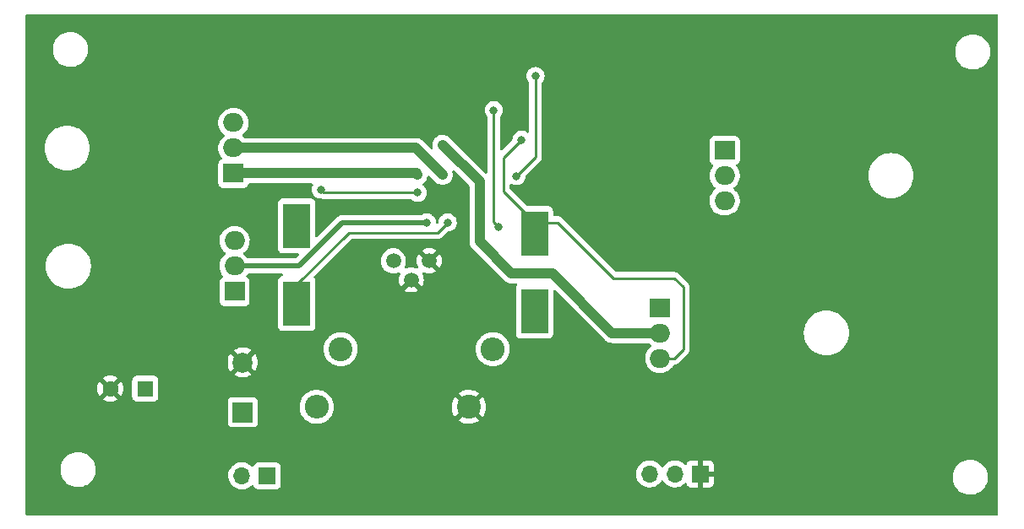
<source format=gbl>
G04 #@! TF.GenerationSoftware,KiCad,Pcbnew,(6.0.1)*
G04 #@! TF.CreationDate,2022-04-24T16:28:33-07:00*
G04 #@! TF.ProjectId,StereoPS,53746572-656f-4505-932e-6b696361645f,rev?*
G04 #@! TF.SameCoordinates,Original*
G04 #@! TF.FileFunction,Copper,L2,Bot*
G04 #@! TF.FilePolarity,Positive*
%FSLAX46Y46*%
G04 Gerber Fmt 4.6, Leading zero omitted, Abs format (unit mm)*
G04 Created by KiCad (PCBNEW (6.0.1)) date 2022-04-24 16:28:33*
%MOMM*%
%LPD*%
G01*
G04 APERTURE LIST*
G04 #@! TA.AperFunction,ComponentPad*
%ADD10R,1.600000X1.600000*%
G04 #@! TD*
G04 #@! TA.AperFunction,ComponentPad*
%ADD11C,1.600000*%
G04 #@! TD*
G04 #@! TA.AperFunction,ComponentPad*
%ADD12R,2.700000X4.500000*%
G04 #@! TD*
G04 #@! TA.AperFunction,ComponentPad*
%ADD13C,2.400000*%
G04 #@! TD*
G04 #@! TA.AperFunction,ComponentPad*
%ADD14O,2.400000X2.400000*%
G04 #@! TD*
G04 #@! TA.AperFunction,ComponentPad*
%ADD15R,2.000000X1.905000*%
G04 #@! TD*
G04 #@! TA.AperFunction,ComponentPad*
%ADD16O,2.000000X1.905000*%
G04 #@! TD*
G04 #@! TA.AperFunction,ComponentPad*
%ADD17R,1.700000X1.700000*%
G04 #@! TD*
G04 #@! TA.AperFunction,ComponentPad*
%ADD18O,1.700000X1.700000*%
G04 #@! TD*
G04 #@! TA.AperFunction,ComponentPad*
%ADD19C,1.498600*%
G04 #@! TD*
G04 #@! TA.AperFunction,ComponentPad*
%ADD20R,2.000000X2.000000*%
G04 #@! TD*
G04 #@! TA.AperFunction,ComponentPad*
%ADD21C,2.000000*%
G04 #@! TD*
G04 #@! TA.AperFunction,ViaPad*
%ADD22C,0.800000*%
G04 #@! TD*
G04 #@! TA.AperFunction,Conductor*
%ADD23C,0.250000*%
G04 #@! TD*
G04 #@! TA.AperFunction,Conductor*
%ADD24C,1.000000*%
G04 #@! TD*
G04 #@! TA.AperFunction,Conductor*
%ADD25C,0.500000*%
G04 #@! TD*
G04 APERTURE END LIST*
D10*
X118492651Y-112268000D03*
D11*
X114992651Y-112268000D03*
D12*
X133680000Y-103740000D03*
X133680000Y-95940000D03*
D13*
X138080000Y-108300000D03*
D14*
X153320000Y-108300000D03*
D15*
X170094000Y-104140000D03*
D16*
X170094000Y-106680000D03*
X170094000Y-109220000D03*
D13*
X150920000Y-114100000D03*
D14*
X135680000Y-114100000D03*
D15*
X127450000Y-102520000D03*
D16*
X127450000Y-99980000D03*
X127450000Y-97440000D03*
D15*
X176560000Y-88350000D03*
D16*
X176560000Y-90890000D03*
X176560000Y-93430000D03*
D17*
X174110000Y-120825000D03*
D18*
X171570000Y-120825000D03*
X169030000Y-120825000D03*
D19*
X143355500Y-99445500D03*
X145155500Y-101345500D03*
X146955500Y-99445500D03*
D20*
X128270000Y-114635677D03*
D21*
X128270000Y-109635677D03*
D17*
X130710000Y-121020000D03*
D18*
X128170000Y-121020000D03*
D12*
X157500000Y-104500000D03*
X157500000Y-96700000D03*
D15*
X127330000Y-90670000D03*
D16*
X127330000Y-88130000D03*
X127330000Y-85590000D03*
D22*
X136100000Y-92300000D03*
X145800000Y-92600000D03*
X148800000Y-95600000D03*
X145800000Y-90800000D03*
X156200000Y-87300000D03*
X148300000Y-90800000D03*
X146700000Y-95600000D03*
X148300000Y-87800000D03*
X153416000Y-84328000D03*
X153924000Y-96012000D03*
X155702000Y-90932000D03*
X157600000Y-80900000D03*
D23*
X136100000Y-92300000D02*
X136400000Y-92600000D01*
X136400000Y-92600000D02*
X145800000Y-92600000D01*
X138900000Y-96600000D02*
X133680000Y-101820000D01*
X133680000Y-101820000D02*
X133680000Y-104840000D01*
X148800000Y-95600000D02*
X147800000Y-96600000D01*
X147800000Y-96600000D02*
X138900000Y-96600000D01*
X171500000Y-101200000D02*
X165400000Y-101200000D01*
X154400000Y-92500000D02*
X157500000Y-95600000D01*
X156200000Y-87300000D02*
X154400000Y-89100000D01*
X159800000Y-95600000D02*
X165400000Y-101200000D01*
D24*
X145670000Y-90670000D02*
X145800000Y-90800000D01*
D23*
X171480000Y-109220000D02*
X172400000Y-108300000D01*
X157500000Y-95600000D02*
X159800000Y-95600000D01*
X170094000Y-109220000D02*
X171480000Y-109220000D01*
X172400000Y-108300000D02*
X172400000Y-102100000D01*
D24*
X127330000Y-90670000D02*
X145670000Y-90670000D01*
D23*
X172400000Y-102100000D02*
X171500000Y-101200000D01*
X154400000Y-89100000D02*
X154400000Y-92500000D01*
D24*
X145630000Y-88130000D02*
X127330000Y-88130000D01*
X148300000Y-90800000D02*
X145630000Y-88130000D01*
D25*
X138269022Y-95600000D02*
X133889022Y-99980000D01*
X146700000Y-95600000D02*
X138269022Y-95600000D01*
X133889022Y-99980000D02*
X127450000Y-99980000D01*
D24*
X165280000Y-106680000D02*
X159300000Y-100700000D01*
X155200000Y-100700000D02*
X152000000Y-97500000D01*
X159300000Y-100700000D02*
X155200000Y-100700000D01*
X170094000Y-106680000D02*
X165280000Y-106680000D01*
X152000000Y-91500000D02*
X148300000Y-87800000D01*
X152000000Y-97500000D02*
X152000000Y-91500000D01*
D23*
X153416000Y-95504000D02*
X153924000Y-96012000D01*
X153416000Y-84328000D02*
X153416000Y-95504000D01*
X157600000Y-89034000D02*
X155702000Y-90932000D01*
X157600000Y-80900000D02*
X157600000Y-89034000D01*
G04 #@! TA.AperFunction,Conductor*
G36*
X203912121Y-74696002D02*
G01*
X203958614Y-74749658D01*
X203970000Y-74802000D01*
X203970000Y-124842000D01*
X203949998Y-124910121D01*
X203896342Y-124956614D01*
X203844000Y-124968000D01*
X106634000Y-124968000D01*
X106565879Y-124947998D01*
X106519386Y-124894342D01*
X106508000Y-124842000D01*
X106508000Y-120503655D01*
X109999858Y-120503655D01*
X110035104Y-120762638D01*
X110036412Y-120767124D01*
X110036412Y-120767126D01*
X110053281Y-120825000D01*
X110108243Y-121013567D01*
X110217668Y-121250928D01*
X110230362Y-121270289D01*
X110358410Y-121465596D01*
X110358414Y-121465601D01*
X110360976Y-121469509D01*
X110535018Y-121664506D01*
X110735970Y-121831637D01*
X110739973Y-121834066D01*
X110955422Y-121964804D01*
X110955426Y-121964806D01*
X110959419Y-121967229D01*
X111200455Y-122068303D01*
X111453783Y-122132641D01*
X111458434Y-122133109D01*
X111458438Y-122133110D01*
X111651308Y-122152531D01*
X111670867Y-122154500D01*
X111826354Y-122154500D01*
X111828679Y-122154327D01*
X111828685Y-122154327D01*
X112016000Y-122140407D01*
X112016004Y-122140406D01*
X112020652Y-122140061D01*
X112025200Y-122139032D01*
X112025206Y-122139031D01*
X112211601Y-122096853D01*
X112275577Y-122082377D01*
X112311769Y-122068303D01*
X112514824Y-121989340D01*
X112514827Y-121989339D01*
X112519177Y-121987647D01*
X112554886Y-121967238D01*
X112634856Y-121921531D01*
X112746098Y-121857951D01*
X112951357Y-121696138D01*
X113130443Y-121505763D01*
X113254587Y-121326811D01*
X113276759Y-121294851D01*
X113276761Y-121294848D01*
X113279424Y-121291009D01*
X113310696Y-121227596D01*
X113392960Y-121060781D01*
X113392961Y-121060778D01*
X113395025Y-121056593D01*
X113410085Y-121009547D01*
X113417400Y-120986695D01*
X126807251Y-120986695D01*
X126807548Y-120991848D01*
X126807548Y-120991851D01*
X126819812Y-121204547D01*
X126820110Y-121209715D01*
X126821247Y-121214761D01*
X126821248Y-121214767D01*
X126842039Y-121307020D01*
X126869222Y-121427639D01*
X126953266Y-121634616D01*
X126955965Y-121639020D01*
X127039641Y-121775567D01*
X127069987Y-121825088D01*
X127216250Y-121993938D01*
X127324017Y-122083408D01*
X127382770Y-122132185D01*
X127388126Y-122136632D01*
X127581000Y-122249338D01*
X127789692Y-122329030D01*
X127794760Y-122330061D01*
X127794763Y-122330062D01*
X127902017Y-122351883D01*
X128008597Y-122373567D01*
X128013772Y-122373757D01*
X128013774Y-122373757D01*
X128226673Y-122381564D01*
X128226677Y-122381564D01*
X128231837Y-122381753D01*
X128236957Y-122381097D01*
X128236959Y-122381097D01*
X128448288Y-122354025D01*
X128448289Y-122354025D01*
X128453416Y-122353368D01*
X128458366Y-122351883D01*
X128662429Y-122290661D01*
X128662434Y-122290659D01*
X128667384Y-122289174D01*
X128867994Y-122190896D01*
X129049860Y-122061173D01*
X129158091Y-121953319D01*
X129220462Y-121919404D01*
X129291268Y-121924592D01*
X129348030Y-121967238D01*
X129365012Y-121998341D01*
X129400084Y-122091895D01*
X129409385Y-122116705D01*
X129496739Y-122233261D01*
X129613295Y-122320615D01*
X129749684Y-122371745D01*
X129811866Y-122378500D01*
X131608134Y-122378500D01*
X131670316Y-122371745D01*
X131806705Y-122320615D01*
X131923261Y-122233261D01*
X132010615Y-122116705D01*
X132061745Y-121980316D01*
X132068500Y-121918134D01*
X132068500Y-120791695D01*
X167667251Y-120791695D01*
X167680110Y-121014715D01*
X167681247Y-121019761D01*
X167681248Y-121019767D01*
X167695606Y-121083475D01*
X167729222Y-121232639D01*
X167761723Y-121312680D01*
X167808403Y-121427639D01*
X167813266Y-121439616D01*
X167851443Y-121501916D01*
X167927291Y-121625688D01*
X167929987Y-121630088D01*
X168076250Y-121798938D01*
X168248126Y-121941632D01*
X168441000Y-122054338D01*
X168445825Y-122056180D01*
X168445826Y-122056181D01*
X168509993Y-122080684D01*
X168649692Y-122134030D01*
X168654760Y-122135061D01*
X168654763Y-122135062D01*
X168762017Y-122156883D01*
X168868597Y-122178567D01*
X168873772Y-122178757D01*
X168873774Y-122178757D01*
X169086673Y-122186564D01*
X169086677Y-122186564D01*
X169091837Y-122186753D01*
X169096957Y-122186097D01*
X169096959Y-122186097D01*
X169308288Y-122159025D01*
X169308289Y-122159025D01*
X169313416Y-122158368D01*
X169326309Y-122154500D01*
X169522429Y-122095661D01*
X169522434Y-122095659D01*
X169527384Y-122094174D01*
X169727994Y-121995896D01*
X169909860Y-121866173D01*
X169942080Y-121834066D01*
X170050036Y-121726486D01*
X170068096Y-121708489D01*
X170127594Y-121625689D01*
X170198453Y-121527077D01*
X170199776Y-121528028D01*
X170246645Y-121484857D01*
X170316580Y-121472625D01*
X170382026Y-121500144D01*
X170409875Y-121531994D01*
X170469987Y-121630088D01*
X170616250Y-121798938D01*
X170788126Y-121941632D01*
X170981000Y-122054338D01*
X170985825Y-122056180D01*
X170985826Y-122056181D01*
X171049993Y-122080684D01*
X171189692Y-122134030D01*
X171194760Y-122135061D01*
X171194763Y-122135062D01*
X171302017Y-122156883D01*
X171408597Y-122178567D01*
X171413772Y-122178757D01*
X171413774Y-122178757D01*
X171626673Y-122186564D01*
X171626677Y-122186564D01*
X171631837Y-122186753D01*
X171636957Y-122186097D01*
X171636959Y-122186097D01*
X171848288Y-122159025D01*
X171848289Y-122159025D01*
X171853416Y-122158368D01*
X171866309Y-122154500D01*
X172062429Y-122095661D01*
X172062434Y-122095659D01*
X172067384Y-122094174D01*
X172267994Y-121995896D01*
X172449860Y-121866173D01*
X172482080Y-121834066D01*
X172558479Y-121757933D01*
X172620851Y-121724017D01*
X172691658Y-121729205D01*
X172748419Y-121771851D01*
X172765401Y-121802954D01*
X172806676Y-121913054D01*
X172815214Y-121928649D01*
X172891715Y-122030724D01*
X172904276Y-122043285D01*
X173006351Y-122119786D01*
X173021946Y-122128324D01*
X173142394Y-122173478D01*
X173157649Y-122177105D01*
X173208514Y-122182631D01*
X173215328Y-122183000D01*
X173837885Y-122183000D01*
X173853124Y-122178525D01*
X173854329Y-122177135D01*
X173856000Y-122169452D01*
X173856000Y-122164884D01*
X174364000Y-122164884D01*
X174368475Y-122180123D01*
X174369865Y-122181328D01*
X174377548Y-122182999D01*
X175004669Y-122182999D01*
X175011490Y-122182629D01*
X175062352Y-122177105D01*
X175077604Y-122173479D01*
X175198054Y-122128324D01*
X175213649Y-122119786D01*
X175315724Y-122043285D01*
X175328285Y-122030724D01*
X175404786Y-121928649D01*
X175413324Y-121913054D01*
X175458478Y-121792606D01*
X175462105Y-121777351D01*
X175467631Y-121726486D01*
X175468000Y-121719672D01*
X175468000Y-121265655D01*
X199407858Y-121265655D01*
X199443104Y-121524638D01*
X199444412Y-121529124D01*
X199444412Y-121529126D01*
X199464098Y-121596664D01*
X199516243Y-121775567D01*
X199518203Y-121779820D01*
X199518204Y-121779821D01*
X199540712Y-121828645D01*
X199625668Y-122012928D01*
X199628231Y-122016837D01*
X199766410Y-122227596D01*
X199766414Y-122227601D01*
X199768976Y-122231509D01*
X199943018Y-122426506D01*
X200143970Y-122593637D01*
X200147973Y-122596066D01*
X200363422Y-122726804D01*
X200363426Y-122726806D01*
X200367419Y-122729229D01*
X200608455Y-122830303D01*
X200861783Y-122894641D01*
X200866434Y-122895109D01*
X200866438Y-122895110D01*
X201059308Y-122914531D01*
X201078867Y-122916500D01*
X201234354Y-122916500D01*
X201236679Y-122916327D01*
X201236685Y-122916327D01*
X201424000Y-122902407D01*
X201424004Y-122902406D01*
X201428652Y-122902061D01*
X201433200Y-122901032D01*
X201433206Y-122901031D01*
X201619601Y-122858853D01*
X201683577Y-122844377D01*
X201719769Y-122830303D01*
X201922824Y-122751340D01*
X201922827Y-122751339D01*
X201927177Y-122749647D01*
X202154098Y-122619951D01*
X202359357Y-122458138D01*
X202538443Y-122267763D01*
X202660448Y-122091895D01*
X202684759Y-122056851D01*
X202684761Y-122056848D01*
X202687424Y-122053009D01*
X202689492Y-122048816D01*
X202800960Y-121822781D01*
X202800961Y-121822778D01*
X202803025Y-121818593D01*
X202811344Y-121792606D01*
X202881280Y-121574123D01*
X202882707Y-121569665D01*
X202924721Y-121311693D01*
X202927690Y-121084865D01*
X202928081Y-121055022D01*
X202928081Y-121055019D01*
X202928142Y-121050345D01*
X202892896Y-120791362D01*
X202878473Y-120741877D01*
X202828666Y-120571000D01*
X202819757Y-120540433D01*
X202710332Y-120303072D01*
X202615482Y-120158401D01*
X202569590Y-120088404D01*
X202569586Y-120088399D01*
X202567024Y-120084491D01*
X202392982Y-119889494D01*
X202192030Y-119722363D01*
X202001448Y-119606715D01*
X201972578Y-119589196D01*
X201972574Y-119589194D01*
X201968581Y-119586771D01*
X201727545Y-119485697D01*
X201474217Y-119421359D01*
X201469566Y-119420891D01*
X201469562Y-119420890D01*
X201260271Y-119399816D01*
X201257133Y-119399500D01*
X201101646Y-119399500D01*
X201099321Y-119399673D01*
X201099315Y-119399673D01*
X200912000Y-119413593D01*
X200911996Y-119413594D01*
X200907348Y-119413939D01*
X200902800Y-119414968D01*
X200902794Y-119414969D01*
X200716399Y-119457147D01*
X200652423Y-119471623D01*
X200648071Y-119473315D01*
X200648069Y-119473316D01*
X200413176Y-119564660D01*
X200413173Y-119564661D01*
X200408823Y-119566353D01*
X200404769Y-119568670D01*
X200404767Y-119568671D01*
X200382080Y-119581638D01*
X200181902Y-119696049D01*
X199976643Y-119857862D01*
X199797557Y-120048237D01*
X199707681Y-120177792D01*
X199666127Y-120237692D01*
X199648576Y-120262991D01*
X199646510Y-120267181D01*
X199646508Y-120267184D01*
X199588062Y-120385702D01*
X199532975Y-120497407D01*
X199531553Y-120501850D01*
X199531552Y-120501852D01*
X199509418Y-120571000D01*
X199453293Y-120746335D01*
X199411279Y-121004307D01*
X199411158Y-121013567D01*
X199408000Y-121254837D01*
X199407858Y-121265655D01*
X175468000Y-121265655D01*
X175468000Y-121097115D01*
X175463525Y-121081876D01*
X175462135Y-121080671D01*
X175454452Y-121079000D01*
X174382115Y-121079000D01*
X174366876Y-121083475D01*
X174365671Y-121084865D01*
X174364000Y-121092548D01*
X174364000Y-122164884D01*
X173856000Y-122164884D01*
X173856000Y-120552885D01*
X174364000Y-120552885D01*
X174368475Y-120568124D01*
X174369865Y-120569329D01*
X174377548Y-120571000D01*
X175449884Y-120571000D01*
X175465123Y-120566525D01*
X175466328Y-120565135D01*
X175467999Y-120557452D01*
X175467999Y-119930331D01*
X175467629Y-119923510D01*
X175462105Y-119872648D01*
X175458479Y-119857396D01*
X175413324Y-119736946D01*
X175404786Y-119721351D01*
X175328285Y-119619276D01*
X175315724Y-119606715D01*
X175213649Y-119530214D01*
X175198054Y-119521676D01*
X175077606Y-119476522D01*
X175062351Y-119472895D01*
X175011486Y-119467369D01*
X175004672Y-119467000D01*
X174382115Y-119467000D01*
X174366876Y-119471475D01*
X174365671Y-119472865D01*
X174364000Y-119480548D01*
X174364000Y-120552885D01*
X173856000Y-120552885D01*
X173856000Y-119485116D01*
X173851525Y-119469877D01*
X173850135Y-119468672D01*
X173842452Y-119467001D01*
X173215331Y-119467001D01*
X173208510Y-119467371D01*
X173157648Y-119472895D01*
X173142396Y-119476521D01*
X173021946Y-119521676D01*
X173006351Y-119530214D01*
X172904276Y-119606715D01*
X172891715Y-119619276D01*
X172815214Y-119721351D01*
X172806676Y-119736946D01*
X172765297Y-119847322D01*
X172722655Y-119904087D01*
X172656093Y-119928786D01*
X172586744Y-119913578D01*
X172554121Y-119887891D01*
X172503151Y-119831876D01*
X172503145Y-119831870D01*
X172499670Y-119828051D01*
X172495619Y-119824852D01*
X172495615Y-119824848D01*
X172328414Y-119692800D01*
X172328410Y-119692798D01*
X172324359Y-119689598D01*
X172128789Y-119581638D01*
X172123920Y-119579914D01*
X172123916Y-119579912D01*
X171923087Y-119508795D01*
X171923083Y-119508794D01*
X171918212Y-119507069D01*
X171913119Y-119506162D01*
X171913116Y-119506161D01*
X171703373Y-119468800D01*
X171703367Y-119468799D01*
X171698284Y-119467894D01*
X171624452Y-119466992D01*
X171480081Y-119465228D01*
X171480079Y-119465228D01*
X171474911Y-119465165D01*
X171254091Y-119498955D01*
X171041756Y-119568357D01*
X171011443Y-119584137D01*
X170851493Y-119667402D01*
X170843607Y-119671507D01*
X170839474Y-119674610D01*
X170839471Y-119674612D01*
X170670661Y-119801358D01*
X170664965Y-119805635D01*
X170625128Y-119847322D01*
X170544492Y-119931703D01*
X170510629Y-119967138D01*
X170403201Y-120124621D01*
X170348293Y-120169621D01*
X170277768Y-120177792D01*
X170214021Y-120146538D01*
X170193324Y-120122054D01*
X170112822Y-119997617D01*
X170112820Y-119997614D01*
X170110014Y-119993277D01*
X169959670Y-119828051D01*
X169955619Y-119824852D01*
X169955615Y-119824848D01*
X169788414Y-119692800D01*
X169788410Y-119692798D01*
X169784359Y-119689598D01*
X169588789Y-119581638D01*
X169583920Y-119579914D01*
X169583916Y-119579912D01*
X169383087Y-119508795D01*
X169383083Y-119508794D01*
X169378212Y-119507069D01*
X169373119Y-119506162D01*
X169373116Y-119506161D01*
X169163373Y-119468800D01*
X169163367Y-119468799D01*
X169158284Y-119467894D01*
X169084452Y-119466992D01*
X168940081Y-119465228D01*
X168940079Y-119465228D01*
X168934911Y-119465165D01*
X168714091Y-119498955D01*
X168501756Y-119568357D01*
X168471443Y-119584137D01*
X168311493Y-119667402D01*
X168303607Y-119671507D01*
X168299474Y-119674610D01*
X168299471Y-119674612D01*
X168130661Y-119801358D01*
X168124965Y-119805635D01*
X168085128Y-119847322D01*
X168004492Y-119931703D01*
X167970629Y-119967138D01*
X167844743Y-120151680D01*
X167804818Y-120237692D01*
X167754938Y-120345150D01*
X167750688Y-120354305D01*
X167690989Y-120569570D01*
X167667251Y-120791695D01*
X132068500Y-120791695D01*
X132068500Y-120121866D01*
X132061745Y-120059684D01*
X132010615Y-119923295D01*
X131923261Y-119806739D01*
X131806705Y-119719385D01*
X131670316Y-119668255D01*
X131608134Y-119661500D01*
X129811866Y-119661500D01*
X129749684Y-119668255D01*
X129613295Y-119719385D01*
X129496739Y-119806739D01*
X129409385Y-119923295D01*
X129406233Y-119931703D01*
X129364919Y-120041907D01*
X129322277Y-120098671D01*
X129255716Y-120123371D01*
X129186367Y-120108163D01*
X129153743Y-120082476D01*
X129103151Y-120026875D01*
X129103142Y-120026866D01*
X129099670Y-120023051D01*
X129095619Y-120019852D01*
X129095615Y-120019848D01*
X128928414Y-119887800D01*
X128928410Y-119887798D01*
X128924359Y-119884598D01*
X128728789Y-119776638D01*
X128723920Y-119774914D01*
X128723916Y-119774912D01*
X128523087Y-119703795D01*
X128523083Y-119703794D01*
X128518212Y-119702069D01*
X128513119Y-119701162D01*
X128513116Y-119701161D01*
X128303373Y-119663800D01*
X128303367Y-119663799D01*
X128298284Y-119662894D01*
X128224452Y-119661992D01*
X128080081Y-119660228D01*
X128080079Y-119660228D01*
X128074911Y-119660165D01*
X127854091Y-119693955D01*
X127641756Y-119763357D01*
X127612795Y-119778433D01*
X127453679Y-119861264D01*
X127443607Y-119866507D01*
X127439474Y-119869610D01*
X127439471Y-119869612D01*
X127269100Y-119997530D01*
X127264965Y-120000635D01*
X127237513Y-120029362D01*
X127171280Y-120098671D01*
X127110629Y-120162138D01*
X127107715Y-120166410D01*
X127107714Y-120166411D01*
X127055941Y-120242307D01*
X126984743Y-120346680D01*
X126890688Y-120549305D01*
X126830989Y-120764570D01*
X126807251Y-120986695D01*
X113417400Y-120986695D01*
X113473280Y-120812123D01*
X113474707Y-120807665D01*
X113516721Y-120549693D01*
X113519340Y-120349610D01*
X113520081Y-120293022D01*
X113520081Y-120293019D01*
X113520142Y-120288345D01*
X113484896Y-120029362D01*
X113470473Y-119979877D01*
X113448382Y-119904087D01*
X113411757Y-119778433D01*
X113302332Y-119541072D01*
X113254948Y-119468800D01*
X113161590Y-119326404D01*
X113161586Y-119326399D01*
X113159024Y-119322491D01*
X112984982Y-119127494D01*
X112784030Y-118960363D01*
X112736844Y-118931730D01*
X112564578Y-118827196D01*
X112564574Y-118827194D01*
X112560581Y-118824771D01*
X112319545Y-118723697D01*
X112066217Y-118659359D01*
X112061566Y-118658891D01*
X112061562Y-118658890D01*
X111852271Y-118637816D01*
X111849133Y-118637500D01*
X111693646Y-118637500D01*
X111691321Y-118637673D01*
X111691315Y-118637673D01*
X111504000Y-118651593D01*
X111503996Y-118651594D01*
X111499348Y-118651939D01*
X111494800Y-118652968D01*
X111494794Y-118652969D01*
X111308399Y-118695147D01*
X111244423Y-118709623D01*
X111240071Y-118711315D01*
X111240069Y-118711316D01*
X111005176Y-118802660D01*
X111005173Y-118802661D01*
X111000823Y-118804353D01*
X110773902Y-118934049D01*
X110568643Y-119095862D01*
X110389557Y-119286237D01*
X110300252Y-119414969D01*
X110257552Y-119476521D01*
X110240576Y-119500991D01*
X110238510Y-119505181D01*
X110238508Y-119505184D01*
X110131408Y-119722363D01*
X110124975Y-119735407D01*
X110123553Y-119739850D01*
X110123552Y-119739852D01*
X110051994Y-119963401D01*
X110045293Y-119984335D01*
X110003279Y-120242307D01*
X110002737Y-120283711D01*
X109999995Y-120493219D01*
X109999858Y-120503655D01*
X106508000Y-120503655D01*
X106508000Y-115683811D01*
X126761500Y-115683811D01*
X126768255Y-115745993D01*
X126819385Y-115882382D01*
X126906739Y-115998938D01*
X127023295Y-116086292D01*
X127159684Y-116137422D01*
X127221866Y-116144177D01*
X129318134Y-116144177D01*
X129380316Y-116137422D01*
X129516705Y-116086292D01*
X129633261Y-115998938D01*
X129720615Y-115882382D01*
X129771745Y-115745993D01*
X129778500Y-115683811D01*
X129778500Y-114055151D01*
X133967296Y-114055151D01*
X133967520Y-114059817D01*
X133967520Y-114059822D01*
X133970066Y-114112812D01*
X133979480Y-114308798D01*
X134029021Y-114557857D01*
X134030600Y-114562255D01*
X134030602Y-114562262D01*
X134075022Y-114685980D01*
X134114831Y-114796858D01*
X134117048Y-114800984D01*
X134232666Y-115016160D01*
X134235025Y-115020551D01*
X134237820Y-115024294D01*
X134237822Y-115024297D01*
X134384171Y-115220282D01*
X134384176Y-115220288D01*
X134386963Y-115224020D01*
X134390272Y-115227300D01*
X134390277Y-115227306D01*
X134488859Y-115325031D01*
X134567307Y-115402797D01*
X134571069Y-115405555D01*
X134571072Y-115405558D01*
X134646912Y-115461166D01*
X134772094Y-115552953D01*
X134776229Y-115555129D01*
X134776233Y-115555131D01*
X134893447Y-115616800D01*
X134996827Y-115671191D01*
X135042693Y-115687208D01*
X135230764Y-115752885D01*
X135236568Y-115754912D01*
X135486050Y-115802278D01*
X135606532Y-115807011D01*
X135735125Y-115812064D01*
X135735130Y-115812064D01*
X135739793Y-115812247D01*
X135830821Y-115802278D01*
X135987569Y-115785112D01*
X135987575Y-115785111D01*
X135992222Y-115784602D01*
X136101680Y-115755784D01*
X136233273Y-115721138D01*
X136237793Y-115719948D01*
X136357433Y-115668547D01*
X136466807Y-115621557D01*
X136466810Y-115621555D01*
X136471110Y-115619708D01*
X136475090Y-115617245D01*
X136475094Y-115617243D01*
X136683064Y-115488547D01*
X136683066Y-115488545D01*
X136687047Y-115486082D01*
X136702076Y-115473359D01*
X149911386Y-115473359D01*
X149920099Y-115484879D01*
X150008586Y-115549760D01*
X150016505Y-115554708D01*
X150232877Y-115668547D01*
X150241451Y-115672275D01*
X150472282Y-115752885D01*
X150481291Y-115755299D01*
X150721518Y-115800908D01*
X150730775Y-115801962D01*
X150975107Y-115811563D01*
X150984420Y-115811237D01*
X151227478Y-115784618D01*
X151236655Y-115782917D01*
X151473107Y-115720665D01*
X151481926Y-115717628D01*
X151706584Y-115621107D01*
X151714856Y-115616800D01*
X151922777Y-115488135D01*
X151924620Y-115486796D01*
X151932038Y-115475541D01*
X151925974Y-115465184D01*
X150932812Y-114472022D01*
X150918868Y-114464408D01*
X150917035Y-114464539D01*
X150910420Y-114468790D01*
X149918044Y-115461166D01*
X149911386Y-115473359D01*
X136702076Y-115473359D01*
X136785428Y-115402797D01*
X136877289Y-115325031D01*
X136877291Y-115325029D01*
X136880862Y-115322006D01*
X137048295Y-115131084D01*
X137062686Y-115108712D01*
X137183141Y-114921442D01*
X137185669Y-114917512D01*
X137289967Y-114685980D01*
X137291288Y-114681298D01*
X137324859Y-114562262D01*
X137358896Y-114441575D01*
X137390943Y-114189667D01*
X137391027Y-114186483D01*
X137392264Y-114139233D01*
X137393291Y-114100000D01*
X137390306Y-114059835D01*
X149208022Y-114059835D01*
X149219754Y-114304064D01*
X149220891Y-114313324D01*
X149268593Y-114553143D01*
X149271082Y-114562118D01*
X149353708Y-114792250D01*
X149357505Y-114800778D01*
X149473234Y-115016160D01*
X149478245Y-115024027D01*
X149535173Y-115100263D01*
X149546431Y-115108712D01*
X149558850Y-115101940D01*
X150547978Y-114112812D01*
X150554356Y-114101132D01*
X151284408Y-114101132D01*
X151284539Y-114102965D01*
X151288790Y-114109580D01*
X152283732Y-115104522D01*
X152296112Y-115111282D01*
X152304453Y-115105038D01*
X152422700Y-114921202D01*
X152427147Y-114913011D01*
X152527572Y-114690076D01*
X152530767Y-114681298D01*
X152597135Y-114445973D01*
X152598993Y-114436844D01*
X152630044Y-114192770D01*
X152630525Y-114186483D01*
X152632706Y-114103160D01*
X152632555Y-114096851D01*
X152614321Y-113851486D01*
X152612944Y-113842280D01*
X152558979Y-113603786D01*
X152556255Y-113594875D01*
X152467633Y-113366983D01*
X152463619Y-113358567D01*
X152342284Y-113146276D01*
X152337074Y-113138553D01*
X152305787Y-113098865D01*
X152293863Y-113090395D01*
X152282328Y-113096882D01*
X151292022Y-114087188D01*
X151284408Y-114101132D01*
X150554356Y-114101132D01*
X150555592Y-114098868D01*
X150555461Y-114097035D01*
X150551210Y-114090420D01*
X149556828Y-113096038D01*
X149543520Y-113088771D01*
X149533481Y-113095893D01*
X149528581Y-113101784D01*
X149523168Y-113109373D01*
X149396322Y-113318409D01*
X149392084Y-113326726D01*
X149297529Y-113552214D01*
X149294573Y-113561049D01*
X149234384Y-113798042D01*
X149232763Y-113807232D01*
X149208267Y-114050510D01*
X149208022Y-114059835D01*
X137390306Y-114059835D01*
X137389612Y-114050497D01*
X137374818Y-113851411D01*
X137374817Y-113851407D01*
X137374472Y-113846759D01*
X137363449Y-113798042D01*
X137319459Y-113603639D01*
X137318428Y-113599082D01*
X137312620Y-113584146D01*
X137228084Y-113366762D01*
X137228083Y-113366760D01*
X137226391Y-113362409D01*
X137222163Y-113355012D01*
X137102702Y-113145997D01*
X137102700Y-113145995D01*
X137100383Y-113141940D01*
X136943171Y-112942517D01*
X136758209Y-112768523D01*
X136709443Y-112734693D01*
X136695351Y-112724917D01*
X149909330Y-112724917D01*
X149913903Y-112734693D01*
X150907188Y-113727978D01*
X150921132Y-113735592D01*
X150922965Y-113735461D01*
X150929580Y-113731210D01*
X151922488Y-112738302D01*
X151928872Y-112726612D01*
X151919460Y-112714502D01*
X151793144Y-112626873D01*
X151785116Y-112622145D01*
X151565810Y-112513995D01*
X151557177Y-112510507D01*
X151324288Y-112435958D01*
X151315238Y-112433785D01*
X151073891Y-112394480D01*
X151064602Y-112393668D01*
X150820114Y-112390467D01*
X150810803Y-112391037D01*
X150568522Y-112424010D01*
X150559403Y-112425948D01*
X150324668Y-112494367D01*
X150315915Y-112497639D01*
X150093869Y-112600004D01*
X150085714Y-112604524D01*
X149918468Y-112714175D01*
X149909330Y-112724917D01*
X136695351Y-112724917D01*
X136553393Y-112626437D01*
X136553390Y-112626435D01*
X136549561Y-112623779D01*
X136545384Y-112621719D01*
X136545377Y-112621715D01*
X136325996Y-112513528D01*
X136325992Y-112513527D01*
X136321810Y-112511464D01*
X136079960Y-112434047D01*
X136075355Y-112433297D01*
X135833935Y-112393980D01*
X135833934Y-112393980D01*
X135829323Y-112393229D01*
X135702364Y-112391567D01*
X135580083Y-112389966D01*
X135580080Y-112389966D01*
X135575406Y-112389905D01*
X135323787Y-112424149D01*
X135319301Y-112425457D01*
X135319299Y-112425457D01*
X135292401Y-112433297D01*
X135079993Y-112495208D01*
X135075740Y-112497168D01*
X135075739Y-112497169D01*
X135066752Y-112501312D01*
X134849380Y-112601522D01*
X134845471Y-112604085D01*
X134640928Y-112738189D01*
X134640923Y-112738193D01*
X134637015Y-112740755D01*
X134447562Y-112909848D01*
X134285183Y-113105087D01*
X134153447Y-113322182D01*
X134151638Y-113326496D01*
X134151637Y-113326498D01*
X134064953Y-113533217D01*
X134055246Y-113556365D01*
X134054095Y-113560897D01*
X134054094Y-113560900D01*
X134023017Y-113683267D01*
X133992738Y-113802490D01*
X133967296Y-114055151D01*
X129778500Y-114055151D01*
X129778500Y-113587543D01*
X129771745Y-113525361D01*
X129720615Y-113388972D01*
X129633261Y-113272416D01*
X129516705Y-113185062D01*
X129380316Y-113133932D01*
X129318134Y-113127177D01*
X127221866Y-113127177D01*
X127159684Y-113133932D01*
X127023295Y-113185062D01*
X126906739Y-113272416D01*
X126819385Y-113388972D01*
X126768255Y-113525361D01*
X126761500Y-113587543D01*
X126761500Y-115683811D01*
X106508000Y-115683811D01*
X106508000Y-113354062D01*
X114271144Y-113354062D01*
X114280440Y-113366077D01*
X114331645Y-113401931D01*
X114341140Y-113407414D01*
X114538598Y-113499490D01*
X114548890Y-113503236D01*
X114759339Y-113559625D01*
X114770132Y-113561528D01*
X114987176Y-113580517D01*
X114998126Y-113580517D01*
X115215170Y-113561528D01*
X115225963Y-113559625D01*
X115436412Y-113503236D01*
X115446704Y-113499490D01*
X115644162Y-113407414D01*
X115653657Y-113401931D01*
X115705699Y-113365491D01*
X115714075Y-113355012D01*
X115707007Y-113341566D01*
X115481575Y-113116134D01*
X117184151Y-113116134D01*
X117190906Y-113178316D01*
X117242036Y-113314705D01*
X117329390Y-113431261D01*
X117445946Y-113518615D01*
X117582335Y-113569745D01*
X117644517Y-113576500D01*
X119340785Y-113576500D01*
X119402967Y-113569745D01*
X119539356Y-113518615D01*
X119655912Y-113431261D01*
X119743266Y-113314705D01*
X119794396Y-113178316D01*
X119801151Y-113116134D01*
X119801151Y-111419866D01*
X119794396Y-111357684D01*
X119743266Y-111221295D01*
X119655912Y-111104739D01*
X119539356Y-111017385D01*
X119402967Y-110966255D01*
X119340785Y-110959500D01*
X117644517Y-110959500D01*
X117582335Y-110966255D01*
X117445946Y-111017385D01*
X117329390Y-111104739D01*
X117242036Y-111221295D01*
X117190906Y-111357684D01*
X117184151Y-111419866D01*
X117184151Y-113116134D01*
X115481575Y-113116134D01*
X115005463Y-112640022D01*
X114991519Y-112632408D01*
X114989686Y-112632539D01*
X114983071Y-112636790D01*
X114277574Y-113342287D01*
X114271144Y-113354062D01*
X106508000Y-113354062D01*
X106508000Y-112273475D01*
X113680134Y-112273475D01*
X113699123Y-112490519D01*
X113701026Y-112501312D01*
X113757415Y-112711761D01*
X113761161Y-112722053D01*
X113853237Y-112919511D01*
X113858720Y-112929006D01*
X113895160Y-112981048D01*
X113905639Y-112989424D01*
X113919085Y-112982356D01*
X114620629Y-112280812D01*
X114627007Y-112269132D01*
X115357059Y-112269132D01*
X115357190Y-112270965D01*
X115361441Y-112277580D01*
X116066938Y-112983077D01*
X116078713Y-112989507D01*
X116090728Y-112980211D01*
X116126582Y-112929006D01*
X116132065Y-112919511D01*
X116224141Y-112722053D01*
X116227887Y-112711761D01*
X116284276Y-112501312D01*
X116286179Y-112490519D01*
X116305168Y-112273475D01*
X116305168Y-112262525D01*
X116286179Y-112045481D01*
X116284276Y-112034688D01*
X116227887Y-111824239D01*
X116224141Y-111813947D01*
X116132065Y-111616489D01*
X116126582Y-111606994D01*
X116090142Y-111554952D01*
X116079663Y-111546576D01*
X116066217Y-111553644D01*
X115364673Y-112255188D01*
X115357059Y-112269132D01*
X114627007Y-112269132D01*
X114628243Y-112266868D01*
X114628112Y-112265035D01*
X114623861Y-112258420D01*
X113918364Y-111552923D01*
X113906589Y-111546493D01*
X113894574Y-111555789D01*
X113858720Y-111606994D01*
X113853237Y-111616489D01*
X113761161Y-111813947D01*
X113757415Y-111824239D01*
X113701026Y-112034688D01*
X113699123Y-112045481D01*
X113680134Y-112262525D01*
X113680134Y-112273475D01*
X106508000Y-112273475D01*
X106508000Y-111180988D01*
X114271227Y-111180988D01*
X114278295Y-111194434D01*
X114979839Y-111895978D01*
X114993783Y-111903592D01*
X114995616Y-111903461D01*
X115002231Y-111899210D01*
X115707728Y-111193713D01*
X115714158Y-111181938D01*
X115704862Y-111169923D01*
X115653657Y-111134069D01*
X115644162Y-111128586D01*
X115446704Y-111036510D01*
X115436412Y-111032764D01*
X115225963Y-110976375D01*
X115215170Y-110974472D01*
X114998126Y-110955483D01*
X114987176Y-110955483D01*
X114770132Y-110974472D01*
X114759339Y-110976375D01*
X114548890Y-111032764D01*
X114538598Y-111036510D01*
X114341140Y-111128586D01*
X114331645Y-111134069D01*
X114279603Y-111170509D01*
X114271227Y-111180988D01*
X106508000Y-111180988D01*
X106508000Y-110868347D01*
X127402160Y-110868347D01*
X127407887Y-110875997D01*
X127579042Y-110980882D01*
X127587837Y-110985364D01*
X127797988Y-111072411D01*
X127807373Y-111075460D01*
X128028554Y-111128562D01*
X128038301Y-111130105D01*
X128265070Y-111147952D01*
X128274930Y-111147952D01*
X128501699Y-111130105D01*
X128511446Y-111128562D01*
X128732627Y-111075460D01*
X128742012Y-111072411D01*
X128952163Y-110985364D01*
X128960958Y-110980882D01*
X129128445Y-110878245D01*
X129137907Y-110867787D01*
X129134124Y-110859011D01*
X128282812Y-110007699D01*
X128268868Y-110000085D01*
X128267035Y-110000216D01*
X128260420Y-110004467D01*
X127408920Y-110855967D01*
X127402160Y-110868347D01*
X106508000Y-110868347D01*
X106508000Y-109640607D01*
X126757725Y-109640607D01*
X126775572Y-109867376D01*
X126777115Y-109877123D01*
X126830217Y-110098304D01*
X126833266Y-110107689D01*
X126920313Y-110317840D01*
X126924795Y-110326635D01*
X127027432Y-110494122D01*
X127037890Y-110503584D01*
X127046666Y-110499801D01*
X127897978Y-109648489D01*
X127904356Y-109636809D01*
X128634408Y-109636809D01*
X128634539Y-109638642D01*
X128638790Y-109645257D01*
X129490290Y-110496757D01*
X129502670Y-110503517D01*
X129510320Y-110497790D01*
X129615205Y-110326635D01*
X129619687Y-110317840D01*
X129706734Y-110107689D01*
X129709783Y-110098304D01*
X129762885Y-109877123D01*
X129764428Y-109867376D01*
X129782275Y-109640607D01*
X129782275Y-109630747D01*
X129764428Y-109403978D01*
X129762885Y-109394231D01*
X129709783Y-109173050D01*
X129706734Y-109163665D01*
X129619687Y-108953514D01*
X129615205Y-108944719D01*
X129512568Y-108777232D01*
X129502110Y-108767770D01*
X129493334Y-108771553D01*
X128642022Y-109622865D01*
X128634408Y-109636809D01*
X127904356Y-109636809D01*
X127905592Y-109634545D01*
X127905461Y-109632712D01*
X127901210Y-109626097D01*
X127049710Y-108774597D01*
X127037330Y-108767837D01*
X127029680Y-108773564D01*
X126924795Y-108944719D01*
X126920313Y-108953514D01*
X126833266Y-109163665D01*
X126830217Y-109173050D01*
X126777115Y-109394231D01*
X126775572Y-109403978D01*
X126757725Y-109630747D01*
X126757725Y-109640607D01*
X106508000Y-109640607D01*
X106508000Y-108403567D01*
X127402093Y-108403567D01*
X127405876Y-108412343D01*
X128257188Y-109263655D01*
X128271132Y-109271269D01*
X128272965Y-109271138D01*
X128279580Y-109266887D01*
X129131080Y-108415387D01*
X129137840Y-108403007D01*
X129132113Y-108395357D01*
X128960958Y-108290472D01*
X128952163Y-108285990D01*
X128877711Y-108255151D01*
X136367296Y-108255151D01*
X136367520Y-108259817D01*
X136367520Y-108259822D01*
X136371845Y-108349852D01*
X136379480Y-108508798D01*
X136394533Y-108584473D01*
X136425368Y-108739491D01*
X136429021Y-108757857D01*
X136430600Y-108762255D01*
X136430602Y-108762262D01*
X136475022Y-108885980D01*
X136514831Y-108996858D01*
X136635025Y-109220551D01*
X136637820Y-109224294D01*
X136637822Y-109224297D01*
X136784171Y-109420282D01*
X136784176Y-109420288D01*
X136786963Y-109424020D01*
X136790272Y-109427300D01*
X136790277Y-109427306D01*
X136963990Y-109599509D01*
X136967307Y-109602797D01*
X136971069Y-109605555D01*
X136971072Y-109605558D01*
X137096302Y-109697380D01*
X137172094Y-109752953D01*
X137176229Y-109755129D01*
X137176233Y-109755131D01*
X137272954Y-109806018D01*
X137396827Y-109871191D01*
X137636568Y-109954912D01*
X137886050Y-110002278D01*
X138006532Y-110007011D01*
X138135125Y-110012064D01*
X138135130Y-110012064D01*
X138139793Y-110012247D01*
X138238774Y-110001407D01*
X138387569Y-109985112D01*
X138387575Y-109985111D01*
X138392222Y-109984602D01*
X138501680Y-109955784D01*
X138633273Y-109921138D01*
X138637793Y-109919948D01*
X138792452Y-109853502D01*
X138866807Y-109821557D01*
X138866810Y-109821555D01*
X138871110Y-109819708D01*
X138875090Y-109817245D01*
X138875094Y-109817243D01*
X139083064Y-109688547D01*
X139083066Y-109688545D01*
X139087047Y-109686082D01*
X139138391Y-109642616D01*
X139277289Y-109525031D01*
X139277291Y-109525029D01*
X139280862Y-109522006D01*
X139448295Y-109331084D01*
X139457295Y-109317093D01*
X139583141Y-109121442D01*
X139585669Y-109117512D01*
X139689967Y-108885980D01*
X139758896Y-108641575D01*
X139780007Y-108475633D01*
X139790545Y-108392798D01*
X139790545Y-108392792D01*
X139790943Y-108389667D01*
X139791196Y-108380030D01*
X139793208Y-108303160D01*
X139793291Y-108300000D01*
X139792038Y-108283136D01*
X139789958Y-108255151D01*
X151607296Y-108255151D01*
X151607520Y-108259817D01*
X151607520Y-108259822D01*
X151611845Y-108349852D01*
X151619480Y-108508798D01*
X151634533Y-108584473D01*
X151665368Y-108739491D01*
X151669021Y-108757857D01*
X151670600Y-108762255D01*
X151670602Y-108762262D01*
X151715022Y-108885980D01*
X151754831Y-108996858D01*
X151875025Y-109220551D01*
X151877820Y-109224294D01*
X151877822Y-109224297D01*
X152024171Y-109420282D01*
X152024176Y-109420288D01*
X152026963Y-109424020D01*
X152030272Y-109427300D01*
X152030277Y-109427306D01*
X152203990Y-109599509D01*
X152207307Y-109602797D01*
X152211069Y-109605555D01*
X152211072Y-109605558D01*
X152336302Y-109697380D01*
X152412094Y-109752953D01*
X152416229Y-109755129D01*
X152416233Y-109755131D01*
X152512954Y-109806018D01*
X152636827Y-109871191D01*
X152876568Y-109954912D01*
X153126050Y-110002278D01*
X153246532Y-110007011D01*
X153375125Y-110012064D01*
X153375130Y-110012064D01*
X153379793Y-110012247D01*
X153478774Y-110001407D01*
X153627569Y-109985112D01*
X153627575Y-109985111D01*
X153632222Y-109984602D01*
X153741680Y-109955784D01*
X153873273Y-109921138D01*
X153877793Y-109919948D01*
X154032452Y-109853502D01*
X154106807Y-109821557D01*
X154106810Y-109821555D01*
X154111110Y-109819708D01*
X154115090Y-109817245D01*
X154115094Y-109817243D01*
X154323064Y-109688547D01*
X154323066Y-109688545D01*
X154327047Y-109686082D01*
X154378391Y-109642616D01*
X154517289Y-109525031D01*
X154517291Y-109525029D01*
X154520862Y-109522006D01*
X154688295Y-109331084D01*
X154697295Y-109317093D01*
X154823141Y-109121442D01*
X154825669Y-109117512D01*
X154929967Y-108885980D01*
X154998896Y-108641575D01*
X155020007Y-108475633D01*
X155030545Y-108392798D01*
X155030545Y-108392792D01*
X155030943Y-108389667D01*
X155031196Y-108380030D01*
X155033208Y-108303160D01*
X155033291Y-108300000D01*
X155032038Y-108283136D01*
X155014818Y-108051411D01*
X155014817Y-108051407D01*
X155014472Y-108046759D01*
X155012399Y-108037595D01*
X154972562Y-107861543D01*
X154958428Y-107799082D01*
X154928999Y-107723406D01*
X154868084Y-107566762D01*
X154868083Y-107566760D01*
X154866391Y-107562409D01*
X154859209Y-107549843D01*
X154742702Y-107345997D01*
X154742700Y-107345995D01*
X154740383Y-107341940D01*
X154583171Y-107142517D01*
X154489590Y-107054485D01*
X154401610Y-106971722D01*
X154401608Y-106971720D01*
X154398209Y-106968523D01*
X154230905Y-106852460D01*
X154193393Y-106826437D01*
X154193390Y-106826435D01*
X154189561Y-106823779D01*
X154185384Y-106821719D01*
X154185377Y-106821715D01*
X153965996Y-106713528D01*
X153965992Y-106713527D01*
X153961810Y-106711464D01*
X153719960Y-106634047D01*
X153715355Y-106633297D01*
X153473935Y-106593980D01*
X153473934Y-106593980D01*
X153469323Y-106593229D01*
X153342364Y-106591567D01*
X153220083Y-106589966D01*
X153220080Y-106589966D01*
X153215406Y-106589905D01*
X152963787Y-106624149D01*
X152719993Y-106695208D01*
X152489380Y-106801522D01*
X152485471Y-106804085D01*
X152280928Y-106938189D01*
X152280923Y-106938193D01*
X152277015Y-106940755D01*
X152233644Y-106979465D01*
X152091783Y-107106081D01*
X152087562Y-107109848D01*
X151925183Y-107305087D01*
X151793447Y-107522182D01*
X151791638Y-107526496D01*
X151791637Y-107526498D01*
X151709067Y-107723406D01*
X151695246Y-107756365D01*
X151694095Y-107760897D01*
X151694094Y-107760900D01*
X151680169Y-107815730D01*
X151632738Y-108002490D01*
X151607296Y-108255151D01*
X139789958Y-108255151D01*
X139774818Y-108051411D01*
X139774817Y-108051407D01*
X139774472Y-108046759D01*
X139772399Y-108037595D01*
X139732562Y-107861543D01*
X139718428Y-107799082D01*
X139688999Y-107723406D01*
X139628084Y-107566762D01*
X139628083Y-107566760D01*
X139626391Y-107562409D01*
X139619209Y-107549843D01*
X139502702Y-107345997D01*
X139502700Y-107345995D01*
X139500383Y-107341940D01*
X139343171Y-107142517D01*
X139249590Y-107054485D01*
X139161610Y-106971722D01*
X139161608Y-106971720D01*
X139158209Y-106968523D01*
X138990905Y-106852460D01*
X138953393Y-106826437D01*
X138953390Y-106826435D01*
X138949561Y-106823779D01*
X138945384Y-106821719D01*
X138945377Y-106821715D01*
X138725996Y-106713528D01*
X138725992Y-106713527D01*
X138721810Y-106711464D01*
X138479960Y-106634047D01*
X138475355Y-106633297D01*
X138233935Y-106593980D01*
X138233934Y-106593980D01*
X138229323Y-106593229D01*
X138102364Y-106591567D01*
X137980083Y-106589966D01*
X137980080Y-106589966D01*
X137975406Y-106589905D01*
X137723787Y-106624149D01*
X137479993Y-106695208D01*
X137249380Y-106801522D01*
X137245471Y-106804085D01*
X137040928Y-106938189D01*
X137040923Y-106938193D01*
X137037015Y-106940755D01*
X136993644Y-106979465D01*
X136851783Y-107106081D01*
X136847562Y-107109848D01*
X136685183Y-107305087D01*
X136553447Y-107522182D01*
X136551638Y-107526496D01*
X136551637Y-107526498D01*
X136469067Y-107723406D01*
X136455246Y-107756365D01*
X136454095Y-107760897D01*
X136454094Y-107760900D01*
X136440169Y-107815730D01*
X136392738Y-108002490D01*
X136367296Y-108255151D01*
X128877711Y-108255151D01*
X128742012Y-108198943D01*
X128732627Y-108195894D01*
X128511446Y-108142792D01*
X128501699Y-108141249D01*
X128274930Y-108123402D01*
X128265070Y-108123402D01*
X128038301Y-108141249D01*
X128028554Y-108142792D01*
X127807373Y-108195894D01*
X127797988Y-108198943D01*
X127587837Y-108285990D01*
X127579042Y-108290472D01*
X127411555Y-108393109D01*
X127402093Y-108403567D01*
X106508000Y-108403567D01*
X106508000Y-99980000D01*
X108526654Y-99980000D01*
X108526924Y-99984119D01*
X108541552Y-100207296D01*
X108546017Y-100275426D01*
X108546819Y-100279459D01*
X108546820Y-100279465D01*
X108599937Y-100546498D01*
X108603776Y-100565797D01*
X108605103Y-100569706D01*
X108605104Y-100569710D01*
X108683787Y-100801502D01*
X108698941Y-100846145D01*
X108733528Y-100916281D01*
X108811990Y-101075385D01*
X108829885Y-101111673D01*
X108844749Y-101133919D01*
X108982465Y-101340025D01*
X108994367Y-101357838D01*
X108997081Y-101360932D01*
X108997085Y-101360938D01*
X109158520Y-101545018D01*
X109189573Y-101580427D01*
X109192662Y-101583136D01*
X109409062Y-101772915D01*
X109409068Y-101772919D01*
X109412162Y-101775633D01*
X109415588Y-101777922D01*
X109415593Y-101777926D01*
X109553998Y-101870405D01*
X109658327Y-101940115D01*
X109662026Y-101941939D01*
X109662031Y-101941942D01*
X109779985Y-102000110D01*
X109923855Y-102071059D01*
X109927760Y-102072384D01*
X109927761Y-102072385D01*
X110200290Y-102164896D01*
X110200294Y-102164897D01*
X110204203Y-102166224D01*
X110208247Y-102167028D01*
X110208253Y-102167030D01*
X110490535Y-102223180D01*
X110490541Y-102223181D01*
X110494574Y-102223983D01*
X110498679Y-102224252D01*
X110498686Y-102224253D01*
X110785881Y-102243076D01*
X110790000Y-102243346D01*
X110794119Y-102243076D01*
X111081314Y-102224253D01*
X111081321Y-102224252D01*
X111085426Y-102223983D01*
X111089459Y-102223181D01*
X111089465Y-102223180D01*
X111371747Y-102167030D01*
X111371753Y-102167028D01*
X111375797Y-102166224D01*
X111379706Y-102164897D01*
X111379710Y-102164896D01*
X111652239Y-102072385D01*
X111652240Y-102072384D01*
X111656145Y-102071059D01*
X111800015Y-102000110D01*
X111917969Y-101941942D01*
X111917974Y-101941939D01*
X111921673Y-101940115D01*
X112026002Y-101870405D01*
X112164407Y-101777926D01*
X112164412Y-101777922D01*
X112167838Y-101775633D01*
X112170932Y-101772919D01*
X112170938Y-101772915D01*
X112387338Y-101583136D01*
X112390427Y-101580427D01*
X112421480Y-101545018D01*
X112582915Y-101360938D01*
X112582919Y-101360932D01*
X112585633Y-101357838D01*
X112597536Y-101340025D01*
X112735251Y-101133919D01*
X112750115Y-101111673D01*
X112768011Y-101075385D01*
X112846472Y-100916281D01*
X112881059Y-100846145D01*
X112896213Y-100801502D01*
X112974896Y-100569710D01*
X112974897Y-100569706D01*
X112976224Y-100565797D01*
X112980063Y-100546498D01*
X113033180Y-100279465D01*
X113033181Y-100279459D01*
X113033983Y-100275426D01*
X113038449Y-100207296D01*
X113046644Y-100082263D01*
X125940064Y-100082263D01*
X125976404Y-100319744D01*
X126005517Y-100408815D01*
X126049434Y-100543183D01*
X126049437Y-100543189D01*
X126051042Y-100548101D01*
X126053429Y-100552687D01*
X126053431Y-100552691D01*
X126143999Y-100726669D01*
X126161975Y-100761200D01*
X126278415Y-100916283D01*
X126303320Y-100982765D01*
X126288328Y-101052161D01*
X126238198Y-101102435D01*
X126221885Y-101109915D01*
X126211707Y-101113731D01*
X126211704Y-101113733D01*
X126203295Y-101116885D01*
X126086739Y-101204239D01*
X125999385Y-101320795D01*
X125948255Y-101457184D01*
X125941500Y-101519366D01*
X125941500Y-103520634D01*
X125948255Y-103582816D01*
X125999385Y-103719205D01*
X126086739Y-103835761D01*
X126203295Y-103923115D01*
X126339684Y-103974245D01*
X126401866Y-103981000D01*
X128498134Y-103981000D01*
X128560316Y-103974245D01*
X128696705Y-103923115D01*
X128813261Y-103835761D01*
X128900615Y-103719205D01*
X128951745Y-103582816D01*
X128958500Y-103520634D01*
X128958500Y-101519366D01*
X128951745Y-101457184D01*
X128900615Y-101320795D01*
X128813261Y-101204239D01*
X128696705Y-101116885D01*
X128676811Y-101109427D01*
X128620047Y-101066787D01*
X128595346Y-101000226D01*
X128610553Y-100930877D01*
X128622158Y-100913353D01*
X128715362Y-100795336D01*
X128715364Y-100795333D01*
X128718568Y-100791276D01*
X128719254Y-100791818D01*
X128770089Y-100749105D01*
X128820684Y-100738500D01*
X132199734Y-100738500D01*
X132267855Y-100758502D01*
X132314348Y-100812158D01*
X132324452Y-100882432D01*
X132294958Y-100947012D01*
X132228880Y-100987083D01*
X132227540Y-100987402D01*
X132219684Y-100988255D01*
X132083295Y-101039385D01*
X131966739Y-101126739D01*
X131879385Y-101243295D01*
X131828255Y-101379684D01*
X131821500Y-101441866D01*
X131821500Y-106038134D01*
X131828255Y-106100316D01*
X131879385Y-106236705D01*
X131966739Y-106353261D01*
X132083295Y-106440615D01*
X132219684Y-106491745D01*
X132281866Y-106498500D01*
X135078134Y-106498500D01*
X135140316Y-106491745D01*
X135276705Y-106440615D01*
X135393261Y-106353261D01*
X135480615Y-106236705D01*
X135531745Y-106100316D01*
X135538500Y-106038134D01*
X135538500Y-102395159D01*
X144470396Y-102395159D01*
X144479692Y-102407174D01*
X144519940Y-102435356D01*
X144529435Y-102440839D01*
X144718853Y-102529166D01*
X144729145Y-102532912D01*
X144931023Y-102587005D01*
X144941818Y-102588908D01*
X145150025Y-102607124D01*
X145160975Y-102607124D01*
X145369182Y-102588908D01*
X145379977Y-102587005D01*
X145581855Y-102532912D01*
X145592147Y-102529166D01*
X145781565Y-102440839D01*
X145791060Y-102435356D01*
X145832146Y-102406587D01*
X145840521Y-102396110D01*
X145833453Y-102382663D01*
X145168312Y-101717522D01*
X145154368Y-101709908D01*
X145152535Y-101710039D01*
X145145920Y-101714290D01*
X144476826Y-102383384D01*
X144470396Y-102395159D01*
X135538500Y-102395159D01*
X135538500Y-101441866D01*
X135531745Y-101379684D01*
X135480615Y-101243295D01*
X135405613Y-101143220D01*
X135380765Y-101076714D01*
X135395818Y-101007331D01*
X135417344Y-100978560D01*
X136950404Y-99445500D01*
X142092895Y-99445500D01*
X142112077Y-99664749D01*
X142113501Y-99670063D01*
X142113501Y-99670064D01*
X142164658Y-99860984D01*
X142169039Y-99877336D01*
X142171361Y-99882316D01*
X142171362Y-99882318D01*
X142238265Y-100025790D01*
X142262052Y-100076802D01*
X142388288Y-100257087D01*
X142543913Y-100412712D01*
X142548421Y-100415869D01*
X142548424Y-100415871D01*
X142719067Y-100535356D01*
X142724197Y-100538948D01*
X142729179Y-100541271D01*
X142729184Y-100541274D01*
X142904713Y-100623124D01*
X142923664Y-100631961D01*
X142928972Y-100633383D01*
X142928974Y-100633384D01*
X143130936Y-100687499D01*
X143130937Y-100687499D01*
X143136251Y-100688923D01*
X143355500Y-100708105D01*
X143574749Y-100688923D01*
X143580063Y-100687499D01*
X143580064Y-100687499D01*
X143782026Y-100633384D01*
X143782028Y-100633383D01*
X143787336Y-100631961D01*
X143842356Y-100606305D01*
X143874345Y-100591388D01*
X143944537Y-100580727D01*
X144009349Y-100609707D01*
X144048206Y-100669127D01*
X144048769Y-100740121D01*
X144041790Y-100758833D01*
X143971834Y-100908853D01*
X143968088Y-100919145D01*
X143913995Y-101121023D01*
X143912092Y-101131818D01*
X143893876Y-101340025D01*
X143893876Y-101350975D01*
X143912092Y-101559182D01*
X143913995Y-101569977D01*
X143968088Y-101771855D01*
X143971834Y-101782147D01*
X144060161Y-101971564D01*
X144065644Y-101981060D01*
X144094413Y-102022146D01*
X144104890Y-102030521D01*
X144118338Y-102023452D01*
X145066405Y-101075385D01*
X145128717Y-101041359D01*
X145199532Y-101046424D01*
X145244595Y-101075385D01*
X146193384Y-102024174D01*
X146205159Y-102030604D01*
X146217174Y-102021308D01*
X146245356Y-101981060D01*
X146250839Y-101971564D01*
X146339166Y-101782147D01*
X146342912Y-101771855D01*
X146397005Y-101569977D01*
X146398908Y-101559182D01*
X146417124Y-101350975D01*
X146417124Y-101340025D01*
X146398908Y-101131818D01*
X146397005Y-101121023D01*
X146342912Y-100919145D01*
X146339166Y-100908853D01*
X146268881Y-100758128D01*
X146258220Y-100687937D01*
X146287200Y-100623124D01*
X146346619Y-100584267D01*
X146417614Y-100583704D01*
X146436326Y-100590683D01*
X146518853Y-100629166D01*
X146529145Y-100632912D01*
X146731023Y-100687005D01*
X146741818Y-100688908D01*
X146950025Y-100707124D01*
X146960975Y-100707124D01*
X147169182Y-100688908D01*
X147179977Y-100687005D01*
X147381855Y-100632912D01*
X147392147Y-100629166D01*
X147581565Y-100540839D01*
X147591060Y-100535356D01*
X147632146Y-100506587D01*
X147640521Y-100496110D01*
X147633453Y-100482663D01*
X146597422Y-99446632D01*
X147319908Y-99446632D01*
X147320039Y-99448465D01*
X147324290Y-99455080D01*
X147993384Y-100124174D01*
X148005159Y-100130604D01*
X148017174Y-100121308D01*
X148045356Y-100081060D01*
X148050839Y-100071564D01*
X148139166Y-99882147D01*
X148142912Y-99871855D01*
X148197005Y-99669977D01*
X148198908Y-99659182D01*
X148217124Y-99450975D01*
X148217124Y-99440025D01*
X148198908Y-99231818D01*
X148197005Y-99221023D01*
X148142912Y-99019145D01*
X148139166Y-99008853D01*
X148050839Y-98819436D01*
X148045356Y-98809940D01*
X148016587Y-98768854D01*
X148006110Y-98760479D01*
X147992662Y-98767548D01*
X147327522Y-99432688D01*
X147319908Y-99446632D01*
X146597422Y-99446632D01*
X145917616Y-98766826D01*
X145905841Y-98760396D01*
X145893826Y-98769692D01*
X145865644Y-98809940D01*
X145860161Y-98819436D01*
X145771834Y-99008853D01*
X145768088Y-99019145D01*
X145713995Y-99221023D01*
X145712092Y-99231818D01*
X145693876Y-99440025D01*
X145693876Y-99450975D01*
X145712092Y-99659182D01*
X145713995Y-99669977D01*
X145768088Y-99871855D01*
X145771834Y-99882147D01*
X145842119Y-100032872D01*
X145852780Y-100103063D01*
X145823800Y-100167876D01*
X145764381Y-100206733D01*
X145693386Y-100207296D01*
X145674674Y-100200317D01*
X145592147Y-100161834D01*
X145581855Y-100158088D01*
X145379977Y-100103995D01*
X145369182Y-100102092D01*
X145160975Y-100083876D01*
X145150025Y-100083876D01*
X144941818Y-100102092D01*
X144931023Y-100103995D01*
X144729145Y-100158088D01*
X144718848Y-100161836D01*
X144637032Y-100199988D01*
X144566840Y-100210650D01*
X144502027Y-100181671D01*
X144463171Y-100122251D01*
X144462607Y-100051257D01*
X144469586Y-100032544D01*
X144539638Y-99882318D01*
X144539639Y-99882316D01*
X144541961Y-99877336D01*
X144546343Y-99860984D01*
X144597499Y-99670064D01*
X144597499Y-99670063D01*
X144598923Y-99664749D01*
X144618105Y-99445500D01*
X144598923Y-99226251D01*
X144588753Y-99188297D01*
X144543384Y-99018974D01*
X144543383Y-99018972D01*
X144541961Y-99013664D01*
X144526350Y-98980186D01*
X144451271Y-98819179D01*
X144451269Y-98819176D01*
X144448948Y-98814198D01*
X144322712Y-98633913D01*
X144167087Y-98478288D01*
X144162579Y-98475131D01*
X144162576Y-98475129D01*
X144047983Y-98394890D01*
X146270479Y-98394890D01*
X146277548Y-98408338D01*
X146942688Y-99073478D01*
X146956632Y-99081092D01*
X146958465Y-99080961D01*
X146965080Y-99076710D01*
X147634174Y-98407616D01*
X147640604Y-98395841D01*
X147631308Y-98383826D01*
X147591060Y-98355644D01*
X147581565Y-98350161D01*
X147392147Y-98261834D01*
X147381855Y-98258088D01*
X147179977Y-98203995D01*
X147169182Y-98202092D01*
X146960975Y-98183876D01*
X146950025Y-98183876D01*
X146741818Y-98202092D01*
X146731023Y-98203995D01*
X146529145Y-98258088D01*
X146518853Y-98261834D01*
X146329436Y-98350161D01*
X146319940Y-98355644D01*
X146278854Y-98384413D01*
X146270479Y-98394890D01*
X144047983Y-98394890D01*
X143991312Y-98355209D01*
X143991309Y-98355207D01*
X143986803Y-98352052D01*
X143981821Y-98349729D01*
X143981816Y-98349726D01*
X143792318Y-98261362D01*
X143792317Y-98261361D01*
X143787336Y-98259039D01*
X143782028Y-98257617D01*
X143782026Y-98257616D01*
X143580064Y-98203501D01*
X143580063Y-98203501D01*
X143574749Y-98202077D01*
X143355500Y-98182895D01*
X143136251Y-98202077D01*
X143130937Y-98203501D01*
X143130936Y-98203501D01*
X142928974Y-98257616D01*
X142928972Y-98257617D01*
X142923664Y-98259039D01*
X142918684Y-98261361D01*
X142918682Y-98261362D01*
X142729179Y-98349729D01*
X142729176Y-98349731D01*
X142724198Y-98352052D01*
X142543913Y-98478288D01*
X142388288Y-98633913D01*
X142262052Y-98814198D01*
X142259731Y-98819176D01*
X142259729Y-98819179D01*
X142184650Y-98980186D01*
X142169039Y-99013664D01*
X142167617Y-99018972D01*
X142167616Y-99018974D01*
X142122247Y-99188297D01*
X142112077Y-99226251D01*
X142092895Y-99445500D01*
X136950404Y-99445500D01*
X139125500Y-97270405D01*
X139187812Y-97236379D01*
X139214595Y-97233500D01*
X147721233Y-97233500D01*
X147732416Y-97234027D01*
X147739909Y-97235702D01*
X147747835Y-97235453D01*
X147747836Y-97235453D01*
X147807986Y-97233562D01*
X147811945Y-97233500D01*
X147839856Y-97233500D01*
X147843791Y-97233003D01*
X147843856Y-97232995D01*
X147855693Y-97232062D01*
X147887951Y-97231048D01*
X147891970Y-97230922D01*
X147899889Y-97230673D01*
X147919343Y-97225021D01*
X147938700Y-97221013D01*
X147950930Y-97219468D01*
X147950931Y-97219468D01*
X147958797Y-97218474D01*
X147966168Y-97215555D01*
X147966170Y-97215555D01*
X147999912Y-97202196D01*
X148011142Y-97198351D01*
X148045983Y-97188229D01*
X148045984Y-97188229D01*
X148053593Y-97186018D01*
X148060412Y-97181985D01*
X148060417Y-97181983D01*
X148071028Y-97175707D01*
X148088776Y-97167012D01*
X148107617Y-97159552D01*
X148143387Y-97133564D01*
X148153307Y-97127048D01*
X148184535Y-97108580D01*
X148184538Y-97108578D01*
X148191362Y-97104542D01*
X148205683Y-97090221D01*
X148220717Y-97077380D01*
X148228525Y-97071707D01*
X148237107Y-97065472D01*
X148265298Y-97031395D01*
X148273288Y-97022616D01*
X148750499Y-96545405D01*
X148812811Y-96511379D01*
X148839594Y-96508500D01*
X148895487Y-96508500D01*
X148901939Y-96507128D01*
X148901944Y-96507128D01*
X148988887Y-96488647D01*
X149082288Y-96468794D01*
X149095059Y-96463108D01*
X149250722Y-96393803D01*
X149250724Y-96393802D01*
X149256752Y-96391118D01*
X149411253Y-96278866D01*
X149452101Y-96233500D01*
X149534621Y-96141852D01*
X149534622Y-96141851D01*
X149539040Y-96136944D01*
X149618445Y-95999411D01*
X149631223Y-95977279D01*
X149631224Y-95977278D01*
X149634527Y-95971556D01*
X149693542Y-95789928D01*
X149701921Y-95710212D01*
X149712814Y-95606565D01*
X149713504Y-95600000D01*
X149693542Y-95410072D01*
X149634527Y-95228444D01*
X149539040Y-95063056D01*
X149524798Y-95047238D01*
X149415675Y-94926045D01*
X149415674Y-94926044D01*
X149411253Y-94921134D01*
X149301647Y-94841500D01*
X149262094Y-94812763D01*
X149262093Y-94812762D01*
X149256752Y-94808882D01*
X149250724Y-94806198D01*
X149250722Y-94806197D01*
X149088319Y-94733891D01*
X149088318Y-94733891D01*
X149082288Y-94731206D01*
X148988887Y-94711353D01*
X148901944Y-94692872D01*
X148901939Y-94692872D01*
X148895487Y-94691500D01*
X148704513Y-94691500D01*
X148698061Y-94692872D01*
X148698056Y-94692872D01*
X148611112Y-94711353D01*
X148517712Y-94731206D01*
X148511682Y-94733891D01*
X148511681Y-94733891D01*
X148349278Y-94806197D01*
X148349276Y-94806198D01*
X148343248Y-94808882D01*
X148337907Y-94812762D01*
X148337906Y-94812763D01*
X148298353Y-94841500D01*
X148188747Y-94921134D01*
X148184326Y-94926044D01*
X148184325Y-94926045D01*
X148075203Y-95047238D01*
X148060960Y-95063056D01*
X147965473Y-95228444D01*
X147906458Y-95410072D01*
X147905768Y-95416633D01*
X147905768Y-95416635D01*
X147889093Y-95575292D01*
X147862080Y-95640949D01*
X147852878Y-95651217D01*
X147827909Y-95676186D01*
X147765597Y-95710212D01*
X147694782Y-95705147D01*
X147637946Y-95662600D01*
X147614556Y-95599889D01*
X147613504Y-95600000D01*
X147594232Y-95416635D01*
X147594232Y-95416633D01*
X147593542Y-95410072D01*
X147534527Y-95228444D01*
X147439040Y-95063056D01*
X147424798Y-95047238D01*
X147315675Y-94926045D01*
X147315674Y-94926044D01*
X147311253Y-94921134D01*
X147201647Y-94841500D01*
X147162094Y-94812763D01*
X147162093Y-94812762D01*
X147156752Y-94808882D01*
X147150724Y-94806198D01*
X147150722Y-94806197D01*
X146988319Y-94733891D01*
X146988318Y-94733891D01*
X146982288Y-94731206D01*
X146888887Y-94711353D01*
X146801944Y-94692872D01*
X146801939Y-94692872D01*
X146795487Y-94691500D01*
X146604513Y-94691500D01*
X146598061Y-94692872D01*
X146598056Y-94692872D01*
X146511112Y-94711353D01*
X146417712Y-94731206D01*
X146411682Y-94733891D01*
X146411681Y-94733891D01*
X146249278Y-94806197D01*
X146249276Y-94806198D01*
X146243248Y-94808882D01*
X146237909Y-94812761D01*
X146237902Y-94812765D01*
X146231472Y-94817437D01*
X146157413Y-94841500D01*
X138336085Y-94841500D01*
X138317136Y-94840067D01*
X138316929Y-94840036D01*
X138295673Y-94836802D01*
X138288381Y-94837395D01*
X138288378Y-94837395D01*
X138243013Y-94841085D01*
X138232799Y-94841500D01*
X138224729Y-94841500D01*
X138221109Y-94841922D01*
X138221091Y-94841923D01*
X138196483Y-94844792D01*
X138192122Y-94845224D01*
X138167003Y-94847267D01*
X138126683Y-94850546D01*
X138126680Y-94850547D01*
X138119385Y-94851140D01*
X138112421Y-94853396D01*
X138106462Y-94854587D01*
X138100607Y-94855971D01*
X138093341Y-94856818D01*
X138024695Y-94881735D01*
X138020567Y-94883152D01*
X137958086Y-94903393D01*
X137958084Y-94903394D01*
X137951123Y-94905649D01*
X137944868Y-94909445D01*
X137939394Y-94911951D01*
X137933964Y-94914670D01*
X137927085Y-94917167D01*
X137866038Y-94957191D01*
X137862349Y-94959518D01*
X137857393Y-94962526D01*
X137804715Y-94994491D01*
X137804710Y-94994495D01*
X137799914Y-94997405D01*
X137791538Y-95004803D01*
X137791515Y-95004777D01*
X137788525Y-95007426D01*
X137785286Y-95010134D01*
X137779170Y-95014144D01*
X137774143Y-95019451D01*
X137774139Y-95019454D01*
X137725894Y-95070383D01*
X137723516Y-95072825D01*
X135753595Y-97042746D01*
X135691283Y-97076772D01*
X135620468Y-97071707D01*
X135563632Y-97029160D01*
X135538821Y-96962640D01*
X135538500Y-96953651D01*
X135538500Y-93641866D01*
X135531745Y-93579684D01*
X135480615Y-93443295D01*
X135393261Y-93326739D01*
X135276705Y-93239385D01*
X135140316Y-93188255D01*
X135078134Y-93181500D01*
X132281866Y-93181500D01*
X132219684Y-93188255D01*
X132083295Y-93239385D01*
X131966739Y-93326739D01*
X131879385Y-93443295D01*
X131828255Y-93579684D01*
X131821500Y-93641866D01*
X131821500Y-98238134D01*
X131828255Y-98300316D01*
X131879385Y-98436705D01*
X131966739Y-98553261D01*
X132083295Y-98640615D01*
X132219684Y-98691745D01*
X132281866Y-98698500D01*
X133793651Y-98698500D01*
X133861772Y-98718502D01*
X133908265Y-98772158D01*
X133918369Y-98842432D01*
X133888875Y-98907012D01*
X133882746Y-98913595D01*
X133611746Y-99184595D01*
X133549434Y-99218621D01*
X133522651Y-99221500D01*
X128818027Y-99221500D01*
X128749906Y-99201498D01*
X128717267Y-99171153D01*
X128596882Y-99010815D01*
X128596880Y-99010812D01*
X128593777Y-99006680D01*
X128420088Y-98840699D01*
X128383097Y-98815465D01*
X128338096Y-98760556D01*
X128329925Y-98690032D01*
X128361179Y-98626284D01*
X128385660Y-98605589D01*
X128387635Y-98604311D01*
X128391977Y-98601502D01*
X128569670Y-98439814D01*
X128640817Y-98349726D01*
X128715367Y-98255330D01*
X128715370Y-98255325D01*
X128718568Y-98251276D01*
X128722979Y-98243287D01*
X128832177Y-98045474D01*
X128832179Y-98045470D01*
X128834674Y-98040950D01*
X128841322Y-98022179D01*
X128913144Y-97819360D01*
X128913145Y-97819356D01*
X128914870Y-97814485D01*
X128915778Y-97809389D01*
X128956095Y-97583052D01*
X128956096Y-97583046D01*
X128957001Y-97577963D01*
X128959936Y-97337737D01*
X128923596Y-97100256D01*
X128878617Y-96962640D01*
X128850566Y-96876817D01*
X128850563Y-96876811D01*
X128848958Y-96871899D01*
X128814551Y-96805803D01*
X128740416Y-96663393D01*
X128738025Y-96658800D01*
X128655543Y-96548944D01*
X128596882Y-96470815D01*
X128596880Y-96470812D01*
X128593777Y-96466680D01*
X128420088Y-96300699D01*
X128221622Y-96165314D01*
X128216939Y-96163140D01*
X128216935Y-96163138D01*
X128008405Y-96066342D01*
X128008401Y-96066341D01*
X128003710Y-96064163D01*
X127772202Y-95999960D01*
X127767065Y-95999411D01*
X127579407Y-95979356D01*
X127579399Y-95979356D01*
X127576072Y-95979000D01*
X127341598Y-95979000D01*
X127339025Y-95979212D01*
X127339014Y-95979212D01*
X127238054Y-95987513D01*
X127163063Y-95993678D01*
X126930056Y-96052206D01*
X126801229Y-96108221D01*
X126714474Y-96145943D01*
X126714471Y-96145945D01*
X126709737Y-96148003D01*
X126636527Y-96195365D01*
X126520533Y-96270405D01*
X126508023Y-96278498D01*
X126330330Y-96440186D01*
X126306141Y-96470815D01*
X126184633Y-96624670D01*
X126184630Y-96624675D01*
X126181432Y-96628724D01*
X126178939Y-96633240D01*
X126178937Y-96633243D01*
X126144984Y-96694749D01*
X126065326Y-96839050D01*
X126063602Y-96843919D01*
X126063600Y-96843923D01*
X125993193Y-97042746D01*
X125985130Y-97065515D01*
X125984223Y-97070608D01*
X125984222Y-97070611D01*
X125948634Y-97270405D01*
X125942999Y-97302037D01*
X125942936Y-97307201D01*
X125941253Y-97444981D01*
X125940064Y-97542263D01*
X125976404Y-97779744D01*
X126011189Y-97886169D01*
X126049434Y-98003183D01*
X126049437Y-98003189D01*
X126051042Y-98008101D01*
X126053429Y-98012687D01*
X126053431Y-98012691D01*
X126142284Y-98183374D01*
X126161975Y-98221200D01*
X126187601Y-98255330D01*
X126262919Y-98355644D01*
X126306223Y-98413320D01*
X126309961Y-98416892D01*
X126458294Y-98558642D01*
X126479912Y-98579301D01*
X126516903Y-98604535D01*
X126561904Y-98659444D01*
X126570075Y-98729968D01*
X126538821Y-98793716D01*
X126514340Y-98814411D01*
X126512707Y-98815468D01*
X126508023Y-98818498D01*
X126330330Y-98980186D01*
X126306141Y-99010815D01*
X126184633Y-99164670D01*
X126184630Y-99164675D01*
X126181432Y-99168724D01*
X126178939Y-99173240D01*
X126178937Y-99173243D01*
X126153887Y-99218621D01*
X126065326Y-99379050D01*
X126063602Y-99383919D01*
X126063600Y-99383923D01*
X126039583Y-99451745D01*
X125985130Y-99605515D01*
X125984223Y-99610608D01*
X125984222Y-99610611D01*
X125955557Y-99771538D01*
X125942999Y-99842037D01*
X125942733Y-99863846D01*
X125940192Y-100071821D01*
X125940064Y-100082263D01*
X113046644Y-100082263D01*
X113053076Y-99984119D01*
X113053346Y-99980000D01*
X113046944Y-99882318D01*
X113034253Y-99688686D01*
X113034252Y-99688679D01*
X113033983Y-99684574D01*
X113031080Y-99669977D01*
X112977030Y-99398253D01*
X112977028Y-99398247D01*
X112976224Y-99394203D01*
X112972735Y-99383923D01*
X112882385Y-99117761D01*
X112882384Y-99117760D01*
X112881059Y-99113855D01*
X112750115Y-98848327D01*
X112691417Y-98760479D01*
X112587926Y-98605593D01*
X112587922Y-98605588D01*
X112585633Y-98602162D01*
X112582919Y-98599068D01*
X112582915Y-98599062D01*
X112393136Y-98382662D01*
X112390427Y-98379573D01*
X112362643Y-98355207D01*
X112170938Y-98187085D01*
X112170932Y-98187081D01*
X112167838Y-98184367D01*
X112164412Y-98182078D01*
X112164407Y-98182074D01*
X111925106Y-98022179D01*
X111921673Y-98019885D01*
X111917974Y-98018061D01*
X111917969Y-98018058D01*
X111661561Y-97891612D01*
X111656145Y-97888941D01*
X111601566Y-97870414D01*
X111379710Y-97795104D01*
X111379706Y-97795103D01*
X111375797Y-97793776D01*
X111371753Y-97792972D01*
X111371747Y-97792970D01*
X111089465Y-97736820D01*
X111089459Y-97736819D01*
X111085426Y-97736017D01*
X111081321Y-97735748D01*
X111081314Y-97735747D01*
X110794119Y-97716924D01*
X110790000Y-97716654D01*
X110785881Y-97716924D01*
X110498686Y-97735747D01*
X110498679Y-97735748D01*
X110494574Y-97736017D01*
X110490541Y-97736819D01*
X110490535Y-97736820D01*
X110208253Y-97792970D01*
X110208247Y-97792972D01*
X110204203Y-97793776D01*
X110200294Y-97795103D01*
X110200290Y-97795104D01*
X109978434Y-97870414D01*
X109923855Y-97888941D01*
X109918439Y-97891612D01*
X109662031Y-98018058D01*
X109662026Y-98018061D01*
X109658327Y-98019885D01*
X109654894Y-98022179D01*
X109415593Y-98182074D01*
X109415588Y-98182078D01*
X109412162Y-98184367D01*
X109409068Y-98187081D01*
X109409062Y-98187085D01*
X109217357Y-98355207D01*
X109189573Y-98379573D01*
X109186864Y-98382662D01*
X108997085Y-98599062D01*
X108997081Y-98599068D01*
X108994367Y-98602162D01*
X108992078Y-98605588D01*
X108992074Y-98605593D01*
X108888583Y-98760479D01*
X108829885Y-98848327D01*
X108698941Y-99113855D01*
X108697616Y-99117760D01*
X108697615Y-99117761D01*
X108607266Y-99383923D01*
X108603776Y-99394203D01*
X108602972Y-99398247D01*
X108602970Y-99398253D01*
X108548921Y-99669977D01*
X108546017Y-99684574D01*
X108545748Y-99688679D01*
X108545747Y-99688686D01*
X108533056Y-99882318D01*
X108526654Y-99980000D01*
X106508000Y-99980000D01*
X106508000Y-88130000D01*
X108406654Y-88130000D01*
X108406924Y-88134119D01*
X108421200Y-88351926D01*
X108426017Y-88425426D01*
X108426819Y-88429459D01*
X108426820Y-88429465D01*
X108481649Y-88705104D01*
X108483776Y-88715797D01*
X108485103Y-88719706D01*
X108485104Y-88719710D01*
X108577615Y-88992239D01*
X108578941Y-88996145D01*
X108640852Y-89121687D01*
X108699115Y-89239833D01*
X108709885Y-89261673D01*
X108712179Y-89265106D01*
X108855234Y-89479203D01*
X108874367Y-89507838D01*
X108877081Y-89510932D01*
X108877085Y-89510938D01*
X109016024Y-89669366D01*
X109069573Y-89730427D01*
X109072662Y-89733136D01*
X109289062Y-89922915D01*
X109289068Y-89922919D01*
X109292162Y-89925633D01*
X109295588Y-89927922D01*
X109295593Y-89927926D01*
X109474455Y-90047437D01*
X109538327Y-90090115D01*
X109542026Y-90091939D01*
X109542031Y-90091942D01*
X109641272Y-90140882D01*
X109803855Y-90221059D01*
X109807760Y-90222384D01*
X109807761Y-90222385D01*
X110080290Y-90314896D01*
X110080294Y-90314897D01*
X110084203Y-90316224D01*
X110088247Y-90317028D01*
X110088253Y-90317030D01*
X110370535Y-90373180D01*
X110370541Y-90373181D01*
X110374574Y-90373983D01*
X110378679Y-90374252D01*
X110378686Y-90374253D01*
X110665881Y-90393076D01*
X110670000Y-90393346D01*
X110674119Y-90393076D01*
X110961314Y-90374253D01*
X110961321Y-90374252D01*
X110965426Y-90373983D01*
X110969459Y-90373181D01*
X110969465Y-90373180D01*
X111251747Y-90317030D01*
X111251753Y-90317028D01*
X111255797Y-90316224D01*
X111259706Y-90314897D01*
X111259710Y-90314896D01*
X111532239Y-90222385D01*
X111532240Y-90222384D01*
X111536145Y-90221059D01*
X111698728Y-90140882D01*
X111797969Y-90091942D01*
X111797974Y-90091939D01*
X111801673Y-90090115D01*
X111865545Y-90047437D01*
X112044407Y-89927926D01*
X112044412Y-89927922D01*
X112047838Y-89925633D01*
X112050932Y-89922919D01*
X112050938Y-89922915D01*
X112267338Y-89733136D01*
X112270427Y-89730427D01*
X112323976Y-89669366D01*
X112462915Y-89510938D01*
X112462919Y-89510932D01*
X112465633Y-89507838D01*
X112484767Y-89479203D01*
X112627821Y-89265106D01*
X112630115Y-89261673D01*
X112640886Y-89239833D01*
X112699148Y-89121687D01*
X112761059Y-88996145D01*
X112762385Y-88992239D01*
X112854896Y-88719710D01*
X112854897Y-88719706D01*
X112856224Y-88715797D01*
X112858351Y-88705104D01*
X112913180Y-88429465D01*
X112913181Y-88429459D01*
X112913983Y-88425426D01*
X112918801Y-88351926D01*
X112926644Y-88232263D01*
X125820064Y-88232263D01*
X125856404Y-88469744D01*
X125893094Y-88581997D01*
X125929434Y-88693183D01*
X125929437Y-88693189D01*
X125931042Y-88698101D01*
X125933429Y-88702687D01*
X125933431Y-88702691D01*
X125940254Y-88715797D01*
X126041975Y-88911200D01*
X126158415Y-89066283D01*
X126183320Y-89132765D01*
X126168328Y-89202161D01*
X126118198Y-89252435D01*
X126101885Y-89259915D01*
X126091707Y-89263731D01*
X126091704Y-89263733D01*
X126083295Y-89266885D01*
X125966739Y-89354239D01*
X125879385Y-89470795D01*
X125828255Y-89607184D01*
X125821500Y-89669366D01*
X125821500Y-91670634D01*
X125828255Y-91732816D01*
X125879385Y-91869205D01*
X125966739Y-91985761D01*
X126083295Y-92073115D01*
X126219684Y-92124245D01*
X126281866Y-92131000D01*
X128378134Y-92131000D01*
X128440316Y-92124245D01*
X128576705Y-92073115D01*
X128693261Y-91985761D01*
X128780615Y-91869205D01*
X128821453Y-91760270D01*
X128864095Y-91703506D01*
X128930656Y-91678806D01*
X128939435Y-91678500D01*
X135191540Y-91678500D01*
X135259661Y-91698502D01*
X135306154Y-91752158D01*
X135316258Y-91822432D01*
X135300659Y-91867500D01*
X135292964Y-91880829D01*
X135265473Y-91928444D01*
X135206458Y-92110072D01*
X135205768Y-92116633D01*
X135205768Y-92116635D01*
X135189442Y-92271974D01*
X135186496Y-92300000D01*
X135187186Y-92306565D01*
X135202964Y-92456680D01*
X135206458Y-92489928D01*
X135265473Y-92671556D01*
X135360960Y-92836944D01*
X135365378Y-92841851D01*
X135365379Y-92841852D01*
X135387858Y-92866817D01*
X135488747Y-92978866D01*
X135580328Y-93045404D01*
X135635297Y-93085341D01*
X135643248Y-93091118D01*
X135649276Y-93093802D01*
X135649278Y-93093803D01*
X135783015Y-93153346D01*
X135817712Y-93168794D01*
X135905255Y-93187402D01*
X135998056Y-93207128D01*
X135998061Y-93207128D01*
X136004513Y-93208500D01*
X136191370Y-93208500D01*
X136220676Y-93212671D01*
X136221855Y-93213181D01*
X136229683Y-93214421D01*
X136229690Y-93214423D01*
X136265524Y-93220099D01*
X136277144Y-93222505D01*
X136312289Y-93231528D01*
X136319970Y-93233500D01*
X136340224Y-93233500D01*
X136359934Y-93235051D01*
X136379943Y-93238220D01*
X136387835Y-93237474D01*
X136423961Y-93234059D01*
X136435819Y-93233500D01*
X145091800Y-93233500D01*
X145159921Y-93253502D01*
X145179147Y-93269843D01*
X145179420Y-93269540D01*
X145184332Y-93273963D01*
X145188747Y-93278866D01*
X145343248Y-93391118D01*
X145349276Y-93393802D01*
X145349278Y-93393803D01*
X145511681Y-93466109D01*
X145517712Y-93468794D01*
X145611113Y-93488647D01*
X145698056Y-93507128D01*
X145698061Y-93507128D01*
X145704513Y-93508500D01*
X145895487Y-93508500D01*
X145901939Y-93507128D01*
X145901944Y-93507128D01*
X145988887Y-93488647D01*
X146082288Y-93468794D01*
X146088319Y-93466109D01*
X146250722Y-93393803D01*
X146250724Y-93393802D01*
X146256752Y-93391118D01*
X146411253Y-93278866D01*
X146447851Y-93238220D01*
X146534621Y-93141852D01*
X146534622Y-93141851D01*
X146539040Y-93136944D01*
X146628275Y-92982385D01*
X146631223Y-92977279D01*
X146631224Y-92977278D01*
X146634527Y-92971556D01*
X146693542Y-92789928D01*
X146713504Y-92600000D01*
X146693542Y-92410072D01*
X146634527Y-92228444D01*
X146539040Y-92063056D01*
X146474289Y-91991142D01*
X146415675Y-91926045D01*
X146415674Y-91926044D01*
X146411253Y-91921134D01*
X146337434Y-91867501D01*
X146333133Y-91864376D01*
X146289779Y-91808153D01*
X146283704Y-91737417D01*
X146316836Y-91674625D01*
X146348430Y-91650983D01*
X146357847Y-91646018D01*
X146511548Y-91521553D01*
X146533276Y-91495474D01*
X146634206Y-91374335D01*
X146634209Y-91374330D01*
X146638147Y-91369604D01*
X146671038Y-91309279D01*
X146729875Y-91201364D01*
X146732822Y-91195959D01*
X146791965Y-91007232D01*
X146792631Y-91001102D01*
X146793751Y-90995742D01*
X146827263Y-90933152D01*
X146889293Y-90898616D01*
X146960148Y-90903098D01*
X147006183Y-90932417D01*
X147622075Y-91548309D01*
X147736261Y-91642103D01*
X147820975Y-91687526D01*
X147880119Y-91719238D01*
X147910563Y-91735562D01*
X148000491Y-91763056D01*
X148093800Y-91791584D01*
X148093802Y-91791584D01*
X148099698Y-91793387D01*
X148150093Y-91798506D01*
X148290334Y-91812752D01*
X148290339Y-91812752D01*
X148296462Y-91813374D01*
X148429541Y-91800794D01*
X148487229Y-91795341D01*
X148487231Y-91795341D01*
X148493362Y-91794761D01*
X148636001Y-91752239D01*
X148676993Y-91740019D01*
X148676995Y-91740018D01*
X148682896Y-91738259D01*
X148857846Y-91646018D01*
X149011547Y-91521553D01*
X149033275Y-91495474D01*
X149134205Y-91374335D01*
X149134208Y-91374330D01*
X149138146Y-91369604D01*
X149171037Y-91309279D01*
X149229874Y-91201364D01*
X149232821Y-91195959D01*
X149291965Y-91007232D01*
X149293214Y-90995742D01*
X149312659Y-90816736D01*
X149312659Y-90816732D01*
X149313324Y-90810611D01*
X149296087Y-90613587D01*
X149290564Y-90594574D01*
X149272776Y-90533351D01*
X149272979Y-90462355D01*
X149311533Y-90402739D01*
X149376197Y-90373430D01*
X149446442Y-90383734D01*
X149482868Y-90409103D01*
X150954595Y-91880829D01*
X150988620Y-91943141D01*
X150991500Y-91969924D01*
X150991500Y-97438157D01*
X150990763Y-97451764D01*
X150986676Y-97489388D01*
X150987213Y-97495523D01*
X150991050Y-97539388D01*
X150991379Y-97544214D01*
X150991500Y-97546686D01*
X150991500Y-97549769D01*
X150991801Y-97552837D01*
X150995690Y-97592506D01*
X150995812Y-97593819D01*
X151003913Y-97686413D01*
X151005400Y-97691532D01*
X151005920Y-97696833D01*
X151032791Y-97785834D01*
X151033126Y-97786967D01*
X151042538Y-97819360D01*
X151059091Y-97876336D01*
X151061544Y-97881068D01*
X151063084Y-97886169D01*
X151065978Y-97891612D01*
X151106731Y-97968260D01*
X151107343Y-97969426D01*
X151146764Y-98045474D01*
X151150108Y-98051926D01*
X151153431Y-98056089D01*
X151155934Y-98060796D01*
X151214755Y-98132918D01*
X151215446Y-98133774D01*
X151246738Y-98172973D01*
X151249242Y-98175477D01*
X151249884Y-98176195D01*
X151253585Y-98180528D01*
X151280935Y-98214062D01*
X151285682Y-98217989D01*
X151285684Y-98217991D01*
X151316262Y-98243287D01*
X151325042Y-98251277D01*
X154443145Y-101369379D01*
X154452247Y-101379522D01*
X154475968Y-101409025D01*
X154514456Y-101441320D01*
X154518075Y-101444478D01*
X154519890Y-101446124D01*
X154522075Y-101448309D01*
X154524455Y-101450264D01*
X154524465Y-101450273D01*
X154555236Y-101475549D01*
X154556251Y-101476391D01*
X154627474Y-101536154D01*
X154632148Y-101538723D01*
X154636261Y-101542102D01*
X154712790Y-101583136D01*
X154718047Y-101585955D01*
X154719207Y-101586584D01*
X154792218Y-101626722D01*
X154800787Y-101631433D01*
X154805869Y-101633045D01*
X154810563Y-101635562D01*
X154899531Y-101662762D01*
X154900559Y-101663082D01*
X154989306Y-101691235D01*
X154994602Y-101691829D01*
X154999698Y-101693387D01*
X155092257Y-101702790D01*
X155093393Y-101702911D01*
X155127008Y-101706681D01*
X155139730Y-101708108D01*
X155139734Y-101708108D01*
X155143227Y-101708500D01*
X155146754Y-101708500D01*
X155147739Y-101708555D01*
X155153419Y-101709002D01*
X155182825Y-101711989D01*
X155190337Y-101712752D01*
X155190339Y-101712752D01*
X155196462Y-101713374D01*
X155242108Y-101709059D01*
X155253967Y-101708500D01*
X155668431Y-101708500D01*
X155736552Y-101728502D01*
X155783045Y-101782158D01*
X155793149Y-101852432D01*
X155769257Y-101910065D01*
X155699385Y-102003295D01*
X155648255Y-102139684D01*
X155641500Y-102201866D01*
X155641500Y-106798134D01*
X155648255Y-106860316D01*
X155699385Y-106996705D01*
X155786739Y-107113261D01*
X155903295Y-107200615D01*
X156039684Y-107251745D01*
X156101866Y-107258500D01*
X158898134Y-107258500D01*
X158960316Y-107251745D01*
X159096705Y-107200615D01*
X159213261Y-107113261D01*
X159300615Y-106996705D01*
X159351745Y-106860316D01*
X159358500Y-106798134D01*
X159358500Y-102488925D01*
X159378502Y-102420804D01*
X159432158Y-102374311D01*
X159502432Y-102364207D01*
X159567012Y-102393701D01*
X159573595Y-102399830D01*
X164523145Y-107349379D01*
X164532247Y-107359522D01*
X164555968Y-107389025D01*
X164560696Y-107392992D01*
X164594421Y-107421291D01*
X164598069Y-107424472D01*
X164599881Y-107426115D01*
X164602075Y-107428309D01*
X164635349Y-107455642D01*
X164636147Y-107456304D01*
X164707474Y-107516154D01*
X164712144Y-107518722D01*
X164716261Y-107522103D01*
X164753815Y-107542239D01*
X164798086Y-107565977D01*
X164799245Y-107566606D01*
X164875381Y-107608462D01*
X164875389Y-107608465D01*
X164880787Y-107611433D01*
X164885869Y-107613045D01*
X164890563Y-107615562D01*
X164979531Y-107642762D01*
X164980559Y-107643082D01*
X165069306Y-107671235D01*
X165074602Y-107671829D01*
X165079698Y-107673387D01*
X165172257Y-107682790D01*
X165173393Y-107682911D01*
X165207008Y-107686681D01*
X165219730Y-107688108D01*
X165219734Y-107688108D01*
X165223227Y-107688500D01*
X165226754Y-107688500D01*
X165227739Y-107688555D01*
X165233419Y-107689002D01*
X165262825Y-107691989D01*
X165270337Y-107692752D01*
X165270339Y-107692752D01*
X165276462Y-107693374D01*
X165322108Y-107689059D01*
X165333967Y-107688500D01*
X168936513Y-107688500D01*
X169004634Y-107708502D01*
X169023564Y-107723406D01*
X169123912Y-107819301D01*
X169160903Y-107844535D01*
X169205904Y-107899444D01*
X169214075Y-107969968D01*
X169182821Y-108033716D01*
X169158340Y-108054411D01*
X169156707Y-108055468D01*
X169152023Y-108058498D01*
X168974330Y-108220186D01*
X168939579Y-108264189D01*
X168828633Y-108404670D01*
X168828630Y-108404675D01*
X168825432Y-108408724D01*
X168822939Y-108413240D01*
X168822937Y-108413243D01*
X168755691Y-108535060D01*
X168709326Y-108619050D01*
X168707602Y-108623919D01*
X168707600Y-108623923D01*
X168630856Y-108840640D01*
X168629130Y-108845515D01*
X168628223Y-108850608D01*
X168628222Y-108850611D01*
X168601437Y-109000984D01*
X168586999Y-109082037D01*
X168586936Y-109087201D01*
X168584741Y-109266887D01*
X168584064Y-109322263D01*
X168620404Y-109559744D01*
X168644853Y-109634545D01*
X168693434Y-109783183D01*
X168693437Y-109783189D01*
X168695042Y-109788101D01*
X168697429Y-109792687D01*
X168697431Y-109792691D01*
X168764297Y-109921138D01*
X168805975Y-110001200D01*
X168950223Y-110193320D01*
X169123912Y-110359301D01*
X169322378Y-110494686D01*
X169327061Y-110496860D01*
X169327065Y-110496862D01*
X169535595Y-110593658D01*
X169535599Y-110593659D01*
X169540290Y-110595837D01*
X169771798Y-110660040D01*
X169776935Y-110660589D01*
X169964593Y-110680644D01*
X169964601Y-110680644D01*
X169967928Y-110681000D01*
X170202402Y-110681000D01*
X170204975Y-110680788D01*
X170204986Y-110680788D01*
X170305946Y-110672487D01*
X170380937Y-110666322D01*
X170613944Y-110607794D01*
X170742771Y-110551779D01*
X170829526Y-110514057D01*
X170829529Y-110514055D01*
X170834263Y-110511997D01*
X171035977Y-110381502D01*
X171213670Y-110219814D01*
X171309633Y-110098304D01*
X171359367Y-110035330D01*
X171359370Y-110035325D01*
X171362568Y-110031276D01*
X171365061Y-110026761D01*
X171365069Y-110026748D01*
X171425314Y-109917615D01*
X171475747Y-109867644D01*
X171519970Y-109854488D01*
X171519845Y-109853502D01*
X171523856Y-109852995D01*
X171535693Y-109852062D01*
X171567951Y-109851048D01*
X171571970Y-109850922D01*
X171579889Y-109850673D01*
X171599343Y-109845021D01*
X171618700Y-109841013D01*
X171630930Y-109839468D01*
X171630931Y-109839468D01*
X171638797Y-109838474D01*
X171646168Y-109835555D01*
X171646170Y-109835555D01*
X171679912Y-109822196D01*
X171691142Y-109818351D01*
X171725983Y-109808229D01*
X171725984Y-109808229D01*
X171733593Y-109806018D01*
X171740412Y-109801985D01*
X171740417Y-109801983D01*
X171751028Y-109795707D01*
X171768776Y-109787012D01*
X171787617Y-109779552D01*
X171823387Y-109753564D01*
X171833307Y-109747048D01*
X171864535Y-109728580D01*
X171864538Y-109728578D01*
X171871362Y-109724542D01*
X171885683Y-109710221D01*
X171900717Y-109697380D01*
X171910694Y-109690131D01*
X171917107Y-109685472D01*
X171945298Y-109651395D01*
X171953288Y-109642616D01*
X172792247Y-108803657D01*
X172800537Y-108796113D01*
X172807018Y-108792000D01*
X172853659Y-108742332D01*
X172856413Y-108739491D01*
X172876134Y-108719770D01*
X172878612Y-108716575D01*
X172886318Y-108707553D01*
X172911158Y-108681101D01*
X172916586Y-108675321D01*
X172926346Y-108657568D01*
X172937199Y-108641045D01*
X172944753Y-108631306D01*
X172949613Y-108625041D01*
X172967176Y-108584457D01*
X172972383Y-108573827D01*
X172993695Y-108535060D01*
X172995666Y-108527383D01*
X172995668Y-108527378D01*
X172998732Y-108515442D01*
X173005138Y-108496730D01*
X173010034Y-108485417D01*
X173013181Y-108478145D01*
X173020097Y-108434481D01*
X173022504Y-108422860D01*
X173031528Y-108387711D01*
X173031528Y-108387710D01*
X173033500Y-108380030D01*
X173033500Y-108359769D01*
X173035051Y-108340058D01*
X173036979Y-108327885D01*
X173038219Y-108320057D01*
X173034059Y-108276046D01*
X173033500Y-108264189D01*
X173033500Y-106680000D01*
X184490654Y-106680000D01*
X184490924Y-106684119D01*
X184509565Y-106968523D01*
X184510017Y-106975426D01*
X184510819Y-106979459D01*
X184510820Y-106979465D01*
X184566970Y-107261747D01*
X184567776Y-107265797D01*
X184569103Y-107269706D01*
X184569104Y-107269710D01*
X184653480Y-107518275D01*
X184662941Y-107546145D01*
X184696005Y-107613192D01*
X184787676Y-107799082D01*
X184793885Y-107811673D01*
X184813816Y-107841502D01*
X184955486Y-108053526D01*
X184958367Y-108057838D01*
X184961081Y-108060932D01*
X184961085Y-108060938D01*
X185127325Y-108250497D01*
X185153573Y-108280427D01*
X185156662Y-108283136D01*
X185373062Y-108472915D01*
X185373068Y-108472919D01*
X185376162Y-108475633D01*
X185379588Y-108477922D01*
X185379593Y-108477926D01*
X185523099Y-108573813D01*
X185622327Y-108640115D01*
X185626026Y-108641939D01*
X185626031Y-108641942D01*
X185705438Y-108681101D01*
X185887855Y-108771059D01*
X185891760Y-108772384D01*
X185891761Y-108772385D01*
X186164290Y-108864896D01*
X186164294Y-108864897D01*
X186168203Y-108866224D01*
X186172247Y-108867028D01*
X186172253Y-108867030D01*
X186454535Y-108923180D01*
X186454541Y-108923181D01*
X186458574Y-108923983D01*
X186462679Y-108924252D01*
X186462686Y-108924253D01*
X186749881Y-108943076D01*
X186754000Y-108943346D01*
X186758119Y-108943076D01*
X187045314Y-108924253D01*
X187045321Y-108924252D01*
X187049426Y-108923983D01*
X187053459Y-108923181D01*
X187053465Y-108923180D01*
X187335747Y-108867030D01*
X187335753Y-108867028D01*
X187339797Y-108866224D01*
X187343706Y-108864897D01*
X187343710Y-108864896D01*
X187616239Y-108772385D01*
X187616240Y-108772384D01*
X187620145Y-108771059D01*
X187802562Y-108681101D01*
X187881969Y-108641942D01*
X187881974Y-108641939D01*
X187885673Y-108640115D01*
X187984901Y-108573813D01*
X188128407Y-108477926D01*
X188128412Y-108477922D01*
X188131838Y-108475633D01*
X188134932Y-108472919D01*
X188134938Y-108472915D01*
X188351338Y-108283136D01*
X188354427Y-108280427D01*
X188380675Y-108250497D01*
X188546915Y-108060938D01*
X188546919Y-108060932D01*
X188549633Y-108057838D01*
X188552515Y-108053526D01*
X188694184Y-107841502D01*
X188714115Y-107811673D01*
X188720325Y-107799082D01*
X188811995Y-107613192D01*
X188845059Y-107546145D01*
X188854520Y-107518275D01*
X188938896Y-107269710D01*
X188938897Y-107269706D01*
X188940224Y-107265797D01*
X188941030Y-107261747D01*
X188997180Y-106979465D01*
X188997181Y-106979459D01*
X188997983Y-106975426D01*
X188998436Y-106968523D01*
X189017076Y-106684119D01*
X189017346Y-106680000D01*
X189011441Y-106589905D01*
X188998253Y-106388686D01*
X188998252Y-106388679D01*
X188997983Y-106384574D01*
X188991755Y-106353261D01*
X188941030Y-106098253D01*
X188941028Y-106098247D01*
X188940224Y-106094203D01*
X188922345Y-106041531D01*
X188846385Y-105817761D01*
X188846384Y-105817760D01*
X188845059Y-105813855D01*
X188743463Y-105607839D01*
X188715942Y-105552031D01*
X188715939Y-105552026D01*
X188714115Y-105548327D01*
X188652695Y-105456405D01*
X188551926Y-105305593D01*
X188551922Y-105305588D01*
X188549633Y-105302162D01*
X188546919Y-105299068D01*
X188546915Y-105299062D01*
X188357136Y-105082662D01*
X188354427Y-105079573D01*
X188351338Y-105076864D01*
X188134938Y-104887085D01*
X188134932Y-104887081D01*
X188131838Y-104884367D01*
X188128412Y-104882078D01*
X188128407Y-104882074D01*
X187889106Y-104722179D01*
X187885673Y-104719885D01*
X187881974Y-104718061D01*
X187881969Y-104718058D01*
X187745687Y-104650852D01*
X187620145Y-104588941D01*
X187616239Y-104587615D01*
X187343710Y-104495104D01*
X187343706Y-104495103D01*
X187339797Y-104493776D01*
X187335753Y-104492972D01*
X187335747Y-104492970D01*
X187053465Y-104436820D01*
X187053459Y-104436819D01*
X187049426Y-104436017D01*
X187045321Y-104435748D01*
X187045314Y-104435747D01*
X186758119Y-104416924D01*
X186754000Y-104416654D01*
X186749881Y-104416924D01*
X186462686Y-104435747D01*
X186462679Y-104435748D01*
X186458574Y-104436017D01*
X186454541Y-104436819D01*
X186454535Y-104436820D01*
X186172253Y-104492970D01*
X186172247Y-104492972D01*
X186168203Y-104493776D01*
X186164294Y-104495103D01*
X186164290Y-104495104D01*
X185891761Y-104587615D01*
X185887855Y-104588941D01*
X185762313Y-104650852D01*
X185626031Y-104718058D01*
X185626026Y-104718061D01*
X185622327Y-104719885D01*
X185618894Y-104722179D01*
X185379593Y-104882074D01*
X185379588Y-104882078D01*
X185376162Y-104884367D01*
X185373068Y-104887081D01*
X185373062Y-104887085D01*
X185156662Y-105076864D01*
X185153573Y-105079573D01*
X185150864Y-105082662D01*
X184961085Y-105299062D01*
X184961081Y-105299068D01*
X184958367Y-105302162D01*
X184956078Y-105305588D01*
X184956074Y-105305593D01*
X184855305Y-105456405D01*
X184793885Y-105548327D01*
X184792061Y-105552026D01*
X184792058Y-105552031D01*
X184764537Y-105607839D01*
X184662941Y-105813855D01*
X184661616Y-105817760D01*
X184661615Y-105817761D01*
X184585656Y-106041531D01*
X184567776Y-106094203D01*
X184566972Y-106098247D01*
X184566970Y-106098253D01*
X184516246Y-106353261D01*
X184510017Y-106384574D01*
X184509748Y-106388679D01*
X184509747Y-106388686D01*
X184496559Y-106589905D01*
X184490654Y-106680000D01*
X173033500Y-106680000D01*
X173033500Y-102178767D01*
X173034027Y-102167584D01*
X173035702Y-102160091D01*
X173035308Y-102147540D01*
X173033562Y-102092014D01*
X173033500Y-102088055D01*
X173033500Y-102060144D01*
X173032995Y-102056144D01*
X173032062Y-102044301D01*
X173031430Y-102024174D01*
X173030673Y-102000110D01*
X173025022Y-101980658D01*
X173021014Y-101961306D01*
X173019467Y-101949063D01*
X173018474Y-101941203D01*
X173006146Y-101910065D01*
X173002200Y-101900097D01*
X172998355Y-101888870D01*
X172992990Y-101870405D01*
X172986018Y-101846407D01*
X172981984Y-101839585D01*
X172981981Y-101839579D01*
X172975706Y-101828968D01*
X172967010Y-101811218D01*
X172962472Y-101799756D01*
X172962469Y-101799751D01*
X172959552Y-101792383D01*
X172933573Y-101756625D01*
X172927057Y-101746707D01*
X172911503Y-101720407D01*
X172904542Y-101708637D01*
X172890218Y-101694313D01*
X172877376Y-101679278D01*
X172865472Y-101662893D01*
X172831406Y-101634711D01*
X172822627Y-101626722D01*
X172003652Y-100807747D01*
X171996112Y-100799461D01*
X171992000Y-100792982D01*
X171942348Y-100746356D01*
X171939507Y-100743602D01*
X171919770Y-100723865D01*
X171916573Y-100721385D01*
X171907551Y-100713680D01*
X171900570Y-100707124D01*
X171875321Y-100683414D01*
X171868375Y-100679595D01*
X171868372Y-100679593D01*
X171857566Y-100673652D01*
X171841047Y-100662801D01*
X171840583Y-100662441D01*
X171825041Y-100650386D01*
X171817772Y-100647241D01*
X171817768Y-100647238D01*
X171784463Y-100632826D01*
X171773813Y-100627609D01*
X171735060Y-100606305D01*
X171715437Y-100601267D01*
X171696734Y-100594863D01*
X171685420Y-100589967D01*
X171685419Y-100589967D01*
X171678145Y-100586819D01*
X171670322Y-100585580D01*
X171670312Y-100585577D01*
X171634476Y-100579901D01*
X171622856Y-100577495D01*
X171587711Y-100568472D01*
X171587710Y-100568472D01*
X171580030Y-100566500D01*
X171559776Y-100566500D01*
X171540065Y-100564949D01*
X171527886Y-100563020D01*
X171520057Y-100561780D01*
X171512165Y-100562526D01*
X171476039Y-100565941D01*
X171464181Y-100566500D01*
X165714594Y-100566500D01*
X165646473Y-100546498D01*
X165625499Y-100529595D01*
X162977548Y-97881643D01*
X160303652Y-95207747D01*
X160296112Y-95199461D01*
X160292000Y-95192982D01*
X160242348Y-95146356D01*
X160239507Y-95143602D01*
X160219770Y-95123865D01*
X160216573Y-95121385D01*
X160207551Y-95113680D01*
X160175321Y-95083414D01*
X160168375Y-95079595D01*
X160168372Y-95079593D01*
X160157566Y-95073652D01*
X160141047Y-95062801D01*
X160135048Y-95058148D01*
X160125041Y-95050386D01*
X160117772Y-95047241D01*
X160117768Y-95047238D01*
X160084463Y-95032826D01*
X160073813Y-95027609D01*
X160035060Y-95006305D01*
X160015437Y-95001267D01*
X159996734Y-94994863D01*
X159985420Y-94989967D01*
X159985419Y-94989967D01*
X159978145Y-94986819D01*
X159970322Y-94985580D01*
X159970312Y-94985577D01*
X159934476Y-94979901D01*
X159922856Y-94977495D01*
X159887711Y-94968472D01*
X159887710Y-94968472D01*
X159880030Y-94966500D01*
X159859776Y-94966500D01*
X159840065Y-94964949D01*
X159827886Y-94963020D01*
X159820057Y-94961780D01*
X159812165Y-94962526D01*
X159776039Y-94965941D01*
X159764181Y-94966500D01*
X159484500Y-94966500D01*
X159416379Y-94946498D01*
X159369886Y-94892842D01*
X159358500Y-94840500D01*
X159358500Y-94401866D01*
X159351745Y-94339684D01*
X159300615Y-94203295D01*
X159213261Y-94086739D01*
X159096705Y-93999385D01*
X158960316Y-93948255D01*
X158898134Y-93941500D01*
X156789594Y-93941500D01*
X156721473Y-93921498D01*
X156700499Y-93904595D01*
X156328167Y-93532263D01*
X175050064Y-93532263D01*
X175086404Y-93769744D01*
X175123094Y-93881997D01*
X175159434Y-93993183D01*
X175159437Y-93993189D01*
X175161042Y-93998101D01*
X175271975Y-94211200D01*
X175275085Y-94215342D01*
X175412581Y-94398469D01*
X175416223Y-94403320D01*
X175589912Y-94569301D01*
X175594184Y-94572215D01*
X175766256Y-94689595D01*
X175788378Y-94704686D01*
X175793061Y-94706860D01*
X175793065Y-94706862D01*
X176001595Y-94803658D01*
X176001599Y-94803659D01*
X176006290Y-94805837D01*
X176237798Y-94870040D01*
X176242935Y-94870589D01*
X176430593Y-94890644D01*
X176430601Y-94890644D01*
X176433928Y-94891000D01*
X176668402Y-94891000D01*
X176670975Y-94890788D01*
X176670986Y-94890788D01*
X176771946Y-94882487D01*
X176846937Y-94876322D01*
X177079944Y-94817794D01*
X177279084Y-94731206D01*
X177295526Y-94724057D01*
X177295529Y-94724055D01*
X177300263Y-94721997D01*
X177431470Y-94637115D01*
X177497637Y-94594310D01*
X177497640Y-94594308D01*
X177501977Y-94591502D01*
X177679670Y-94429814D01*
X177756694Y-94332285D01*
X177825367Y-94245330D01*
X177825370Y-94245325D01*
X177828568Y-94241276D01*
X177842885Y-94215342D01*
X177942177Y-94035474D01*
X177942179Y-94035470D01*
X177944674Y-94030950D01*
X177976220Y-93941869D01*
X178023144Y-93809360D01*
X178023145Y-93809356D01*
X178024870Y-93804485D01*
X178030183Y-93774659D01*
X178066095Y-93573052D01*
X178066096Y-93573046D01*
X178067001Y-93567963D01*
X178069669Y-93349594D01*
X178069873Y-93332907D01*
X178069873Y-93332905D01*
X178069936Y-93327737D01*
X178033596Y-93090256D01*
X177992745Y-92965271D01*
X177960566Y-92866817D01*
X177960563Y-92866811D01*
X177958958Y-92861899D01*
X177951630Y-92847821D01*
X177850416Y-92653393D01*
X177848025Y-92648800D01*
X177729115Y-92490427D01*
X177706882Y-92460815D01*
X177706880Y-92460812D01*
X177703777Y-92456680D01*
X177530088Y-92290699D01*
X177493097Y-92265465D01*
X177448096Y-92210556D01*
X177439925Y-92140032D01*
X177471179Y-92076284D01*
X177495660Y-92055589D01*
X177497635Y-92054311D01*
X177501977Y-92051502D01*
X177679670Y-91889814D01*
X177757247Y-91791584D01*
X177825367Y-91705330D01*
X177825370Y-91705325D01*
X177828568Y-91701276D01*
X177833775Y-91691845D01*
X177942177Y-91495474D01*
X177942179Y-91495470D01*
X177944674Y-91490950D01*
X177948655Y-91479710D01*
X178023144Y-91269360D01*
X178023145Y-91269356D01*
X178024870Y-91264485D01*
X178030183Y-91234659D01*
X178066095Y-91033052D01*
X178066096Y-91033046D01*
X178067001Y-91027963D01*
X178068686Y-90890000D01*
X190956654Y-90890000D01*
X190956924Y-90894119D01*
X190972267Y-91128206D01*
X190976017Y-91185426D01*
X190976819Y-91189459D01*
X190976820Y-91189465D01*
X191032970Y-91471747D01*
X191033776Y-91475797D01*
X191035103Y-91479706D01*
X191035104Y-91479710D01*
X191126326Y-91748442D01*
X191128941Y-91756145D01*
X191151636Y-91802166D01*
X191244829Y-91991142D01*
X191259885Y-92021673D01*
X191279816Y-92051502D01*
X191398045Y-92228444D01*
X191424367Y-92267838D01*
X191427081Y-92270932D01*
X191427085Y-92270938D01*
X191593604Y-92460815D01*
X191619573Y-92490427D01*
X191622662Y-92493136D01*
X191839062Y-92682915D01*
X191839068Y-92682919D01*
X191842162Y-92685633D01*
X191845588Y-92687922D01*
X191845593Y-92687926D01*
X191988428Y-92783365D01*
X192088327Y-92850115D01*
X192092026Y-92851939D01*
X192092031Y-92851942D01*
X192122195Y-92866817D01*
X192353855Y-92981059D01*
X192357760Y-92982384D01*
X192357761Y-92982385D01*
X192630290Y-93074896D01*
X192630294Y-93074897D01*
X192634203Y-93076224D01*
X192638247Y-93077028D01*
X192638253Y-93077030D01*
X192920535Y-93133180D01*
X192920541Y-93133181D01*
X192924574Y-93133983D01*
X192928679Y-93134252D01*
X192928686Y-93134253D01*
X193215881Y-93153076D01*
X193220000Y-93153346D01*
X193224119Y-93153076D01*
X193511314Y-93134253D01*
X193511321Y-93134252D01*
X193515426Y-93133983D01*
X193519459Y-93133181D01*
X193519465Y-93133180D01*
X193801747Y-93077030D01*
X193801753Y-93077028D01*
X193805797Y-93076224D01*
X193809706Y-93074897D01*
X193809710Y-93074896D01*
X194082239Y-92982385D01*
X194082240Y-92982384D01*
X194086145Y-92981059D01*
X194317805Y-92866817D01*
X194347969Y-92851942D01*
X194347974Y-92851939D01*
X194351673Y-92850115D01*
X194451572Y-92783365D01*
X194594407Y-92687926D01*
X194594412Y-92687922D01*
X194597838Y-92685633D01*
X194600932Y-92682919D01*
X194600938Y-92682915D01*
X194817338Y-92493136D01*
X194820427Y-92490427D01*
X194846396Y-92460815D01*
X195012915Y-92270938D01*
X195012919Y-92270932D01*
X195015633Y-92267838D01*
X195041956Y-92228444D01*
X195160184Y-92051502D01*
X195180115Y-92021673D01*
X195195172Y-91991142D01*
X195288364Y-91802166D01*
X195311059Y-91756145D01*
X195313674Y-91748442D01*
X195404896Y-91479710D01*
X195404897Y-91479706D01*
X195406224Y-91475797D01*
X195407030Y-91471747D01*
X195463180Y-91189465D01*
X195463181Y-91189459D01*
X195463983Y-91185426D01*
X195467734Y-91128206D01*
X195483076Y-90894119D01*
X195483346Y-90890000D01*
X195476982Y-90792907D01*
X195464253Y-90598686D01*
X195464252Y-90598679D01*
X195463983Y-90594574D01*
X195455530Y-90552075D01*
X195407030Y-90308253D01*
X195407028Y-90308247D01*
X195406224Y-90304203D01*
X195402735Y-90293923D01*
X195312385Y-90027761D01*
X195312384Y-90027760D01*
X195311059Y-90023855D01*
X195209463Y-89817839D01*
X195181942Y-89762031D01*
X195181939Y-89762026D01*
X195180115Y-89758327D01*
X195120673Y-89669366D01*
X195017926Y-89515593D01*
X195017922Y-89515588D01*
X195015633Y-89512162D01*
X195012919Y-89509068D01*
X195012915Y-89509062D01*
X194823136Y-89292662D01*
X194820427Y-89289573D01*
X194800698Y-89272271D01*
X194600938Y-89097085D01*
X194600932Y-89097081D01*
X194597838Y-89094367D01*
X194594412Y-89092078D01*
X194594407Y-89092074D01*
X194355106Y-88932179D01*
X194351673Y-88929885D01*
X194347974Y-88928061D01*
X194347969Y-88928058D01*
X194211687Y-88860852D01*
X194086145Y-88798941D01*
X194082239Y-88797615D01*
X193809710Y-88705104D01*
X193809706Y-88705103D01*
X193805797Y-88703776D01*
X193801753Y-88702972D01*
X193801747Y-88702970D01*
X193519465Y-88646820D01*
X193519459Y-88646819D01*
X193515426Y-88646017D01*
X193511321Y-88645748D01*
X193511314Y-88645747D01*
X193224119Y-88626924D01*
X193220000Y-88626654D01*
X193215881Y-88626924D01*
X192928686Y-88645747D01*
X192928679Y-88645748D01*
X192924574Y-88646017D01*
X192920541Y-88646819D01*
X192920535Y-88646820D01*
X192638253Y-88702970D01*
X192638247Y-88702972D01*
X192634203Y-88703776D01*
X192630294Y-88705103D01*
X192630290Y-88705104D01*
X192357761Y-88797615D01*
X192353855Y-88798941D01*
X192228313Y-88860852D01*
X192092031Y-88928058D01*
X192092026Y-88928061D01*
X192088327Y-88929885D01*
X192084894Y-88932179D01*
X191845593Y-89092074D01*
X191845588Y-89092078D01*
X191842162Y-89094367D01*
X191839068Y-89097081D01*
X191839062Y-89097085D01*
X191639302Y-89272271D01*
X191619573Y-89289573D01*
X191616864Y-89292662D01*
X191427085Y-89509062D01*
X191427081Y-89509068D01*
X191424367Y-89512162D01*
X191422078Y-89515588D01*
X191422074Y-89515593D01*
X191319327Y-89669366D01*
X191259885Y-89758327D01*
X191258061Y-89762026D01*
X191258058Y-89762031D01*
X191230537Y-89817839D01*
X191128941Y-90023855D01*
X191127616Y-90027760D01*
X191127615Y-90027761D01*
X191037266Y-90293923D01*
X191033776Y-90304203D01*
X191032972Y-90308247D01*
X191032970Y-90308253D01*
X190984471Y-90552075D01*
X190976017Y-90594574D01*
X190975748Y-90598679D01*
X190975747Y-90598686D01*
X190963018Y-90792907D01*
X190956654Y-90890000D01*
X178068686Y-90890000D01*
X178068799Y-90880782D01*
X178069873Y-90792907D01*
X178069873Y-90792905D01*
X178069936Y-90787737D01*
X178033596Y-90550256D01*
X177992219Y-90423663D01*
X177960566Y-90326817D01*
X177960563Y-90326811D01*
X177958958Y-90321899D01*
X177956424Y-90317030D01*
X177850416Y-90113393D01*
X177848025Y-90108800D01*
X177731585Y-89953717D01*
X177706680Y-89887235D01*
X177721672Y-89817839D01*
X177771802Y-89767565D01*
X177788115Y-89760085D01*
X177798293Y-89756269D01*
X177798296Y-89756267D01*
X177806705Y-89753115D01*
X177923261Y-89665761D01*
X178010615Y-89549205D01*
X178061745Y-89412816D01*
X178068500Y-89350634D01*
X178068500Y-87349366D01*
X178061745Y-87287184D01*
X178010615Y-87150795D01*
X177923261Y-87034239D01*
X177806705Y-86946885D01*
X177670316Y-86895755D01*
X177608134Y-86889000D01*
X175511866Y-86889000D01*
X175449684Y-86895755D01*
X175313295Y-86946885D01*
X175196739Y-87034239D01*
X175109385Y-87150795D01*
X175058255Y-87287184D01*
X175051500Y-87349366D01*
X175051500Y-89350634D01*
X175058255Y-89412816D01*
X175109385Y-89549205D01*
X175196739Y-89665761D01*
X175313295Y-89753115D01*
X175333189Y-89760573D01*
X175389953Y-89803213D01*
X175414654Y-89869774D01*
X175399447Y-89939123D01*
X175387842Y-89956647D01*
X175294633Y-90074670D01*
X175294630Y-90074675D01*
X175291432Y-90078724D01*
X175288939Y-90083240D01*
X175288937Y-90083243D01*
X175177823Y-90284526D01*
X175175326Y-90289050D01*
X175173602Y-90293919D01*
X175173600Y-90293923D01*
X175113955Y-90462355D01*
X175095130Y-90515515D01*
X175094223Y-90520608D01*
X175094222Y-90520611D01*
X175068202Y-90666689D01*
X175052999Y-90752037D01*
X175050064Y-90992263D01*
X175086404Y-91229744D01*
X175108475Y-91297271D01*
X175159434Y-91453183D01*
X175159437Y-91453189D01*
X175161042Y-91458101D01*
X175163429Y-91462687D01*
X175163431Y-91462691D01*
X175209020Y-91550266D01*
X175271975Y-91671200D01*
X175275085Y-91675342D01*
X175340943Y-91763056D01*
X175416223Y-91863320D01*
X175589912Y-92029301D01*
X175626903Y-92054535D01*
X175671904Y-92109444D01*
X175680075Y-92179968D01*
X175648821Y-92243716D01*
X175624340Y-92264411D01*
X175622707Y-92265468D01*
X175618023Y-92268498D01*
X175440330Y-92430186D01*
X175416141Y-92460815D01*
X175294633Y-92614670D01*
X175294630Y-92614675D01*
X175291432Y-92618724D01*
X175288939Y-92623240D01*
X175288937Y-92623243D01*
X175177823Y-92824526D01*
X175175326Y-92829050D01*
X175173602Y-92833919D01*
X175173600Y-92833923D01*
X175096856Y-93050640D01*
X175095130Y-93055515D01*
X175094223Y-93060608D01*
X175094222Y-93060611D01*
X175054881Y-93281473D01*
X175052999Y-93292037D01*
X175050064Y-93532263D01*
X156328167Y-93532263D01*
X155070405Y-92274500D01*
X155036379Y-92212188D01*
X155033500Y-92185405D01*
X155033500Y-91816563D01*
X155053502Y-91748442D01*
X155107158Y-91701949D01*
X155177432Y-91691845D01*
X155233560Y-91714626D01*
X155245248Y-91723118D01*
X155251276Y-91725802D01*
X155251278Y-91725803D01*
X155407464Y-91795341D01*
X155419712Y-91800794D01*
X155493899Y-91816563D01*
X155600056Y-91839128D01*
X155600061Y-91839128D01*
X155606513Y-91840500D01*
X155797487Y-91840500D01*
X155803939Y-91839128D01*
X155803944Y-91839128D01*
X155910101Y-91816563D01*
X155984288Y-91800794D01*
X155996536Y-91795341D01*
X156152722Y-91725803D01*
X156152724Y-91725802D01*
X156158752Y-91723118D01*
X156185746Y-91703506D01*
X156260920Y-91648888D01*
X156313253Y-91610866D01*
X156317675Y-91605955D01*
X156436621Y-91473852D01*
X156436622Y-91473851D01*
X156441040Y-91468944D01*
X156536527Y-91303556D01*
X156595542Y-91121928D01*
X156612907Y-90956706D01*
X156639920Y-90891050D01*
X156649122Y-90880782D01*
X157992247Y-89537657D01*
X158000537Y-89530113D01*
X158007018Y-89526000D01*
X158053659Y-89476332D01*
X158056413Y-89473491D01*
X158076134Y-89453770D01*
X158078612Y-89450575D01*
X158086318Y-89441553D01*
X158111158Y-89415101D01*
X158116586Y-89409321D01*
X158126346Y-89391568D01*
X158137199Y-89375045D01*
X158144753Y-89365306D01*
X158149613Y-89359041D01*
X158167176Y-89318457D01*
X158172383Y-89307827D01*
X158193695Y-89269060D01*
X158195666Y-89261383D01*
X158195668Y-89261378D01*
X158198732Y-89249442D01*
X158205138Y-89230730D01*
X158210034Y-89219417D01*
X158213181Y-89212145D01*
X158214763Y-89202161D01*
X158220097Y-89168481D01*
X158222504Y-89156860D01*
X158231528Y-89121711D01*
X158231528Y-89121710D01*
X158233500Y-89114030D01*
X158233500Y-89093769D01*
X158235051Y-89074058D01*
X158236979Y-89061885D01*
X158238219Y-89054057D01*
X158234059Y-89010046D01*
X158233500Y-88998189D01*
X158233500Y-81602524D01*
X158253502Y-81534403D01*
X158265858Y-81518221D01*
X158339040Y-81436944D01*
X158434527Y-81271556D01*
X158493542Y-81089928D01*
X158513504Y-80900000D01*
X158493542Y-80710072D01*
X158434527Y-80528444D01*
X158339040Y-80363056D01*
X158219603Y-80230407D01*
X158215675Y-80226045D01*
X158215674Y-80226044D01*
X158211253Y-80221134D01*
X158056752Y-80108882D01*
X158050724Y-80106198D01*
X158050722Y-80106197D01*
X157888319Y-80033891D01*
X157888318Y-80033891D01*
X157882288Y-80031206D01*
X157788888Y-80011353D01*
X157701944Y-79992872D01*
X157701939Y-79992872D01*
X157695487Y-79991500D01*
X157504513Y-79991500D01*
X157498061Y-79992872D01*
X157498056Y-79992872D01*
X157411112Y-80011353D01*
X157317712Y-80031206D01*
X157311682Y-80033891D01*
X157311681Y-80033891D01*
X157149278Y-80106197D01*
X157149276Y-80106198D01*
X157143248Y-80108882D01*
X156988747Y-80221134D01*
X156984326Y-80226044D01*
X156984325Y-80226045D01*
X156980398Y-80230407D01*
X156860960Y-80363056D01*
X156765473Y-80528444D01*
X156706458Y-80710072D01*
X156686496Y-80900000D01*
X156706458Y-81089928D01*
X156765473Y-81271556D01*
X156860960Y-81436944D01*
X156934137Y-81518215D01*
X156964853Y-81582221D01*
X156966500Y-81602524D01*
X156966500Y-86486639D01*
X156946498Y-86554760D01*
X156892842Y-86601253D01*
X156822568Y-86611357D01*
X156766440Y-86588576D01*
X156656752Y-86508882D01*
X156650724Y-86506198D01*
X156650722Y-86506197D01*
X156488319Y-86433891D01*
X156488318Y-86433891D01*
X156482288Y-86431206D01*
X156360552Y-86405330D01*
X156301944Y-86392872D01*
X156301939Y-86392872D01*
X156295487Y-86391500D01*
X156104513Y-86391500D01*
X156098061Y-86392872D01*
X156098056Y-86392872D01*
X156039448Y-86405330D01*
X155917712Y-86431206D01*
X155911682Y-86433891D01*
X155911681Y-86433891D01*
X155749278Y-86506197D01*
X155749276Y-86506198D01*
X155743248Y-86508882D01*
X155588747Y-86621134D01*
X155460960Y-86763056D01*
X155434178Y-86809444D01*
X155384839Y-86894902D01*
X155365473Y-86928444D01*
X155306458Y-87110072D01*
X155305768Y-87116633D01*
X155305768Y-87116635D01*
X155302933Y-87143609D01*
X155289885Y-87267761D01*
X155289093Y-87275292D01*
X155262080Y-87340949D01*
X155252878Y-87351217D01*
X154264595Y-88339500D01*
X154202283Y-88373526D01*
X154131468Y-88368461D01*
X154074632Y-88325914D01*
X154049821Y-88259394D01*
X154049500Y-88250405D01*
X154049500Y-85030524D01*
X154069502Y-84962403D01*
X154081858Y-84946221D01*
X154155040Y-84864944D01*
X154250527Y-84699556D01*
X154309542Y-84517928D01*
X154316233Y-84454272D01*
X154328814Y-84334565D01*
X154329504Y-84328000D01*
X154326135Y-84295943D01*
X154310232Y-84144635D01*
X154310232Y-84144633D01*
X154309542Y-84138072D01*
X154250527Y-83956444D01*
X154155040Y-83791056D01*
X154027253Y-83649134D01*
X153872752Y-83536882D01*
X153866724Y-83534198D01*
X153866722Y-83534197D01*
X153704319Y-83461891D01*
X153704318Y-83461891D01*
X153698288Y-83459206D01*
X153604888Y-83439353D01*
X153517944Y-83420872D01*
X153517939Y-83420872D01*
X153511487Y-83419500D01*
X153320513Y-83419500D01*
X153314061Y-83420872D01*
X153314056Y-83420872D01*
X153227112Y-83439353D01*
X153133712Y-83459206D01*
X153127682Y-83461891D01*
X153127681Y-83461891D01*
X152965278Y-83534197D01*
X152965276Y-83534198D01*
X152959248Y-83536882D01*
X152804747Y-83649134D01*
X152676960Y-83791056D01*
X152581473Y-83956444D01*
X152522458Y-84138072D01*
X152521768Y-84144633D01*
X152521768Y-84144635D01*
X152505865Y-84295943D01*
X152502496Y-84328000D01*
X152503186Y-84334565D01*
X152515768Y-84454272D01*
X152522458Y-84517928D01*
X152581473Y-84699556D01*
X152676960Y-84864944D01*
X152750137Y-84946215D01*
X152780853Y-85010221D01*
X152782500Y-85030524D01*
X152782500Y-90552075D01*
X152762498Y-90620196D01*
X152708842Y-90666689D01*
X152638568Y-90676793D01*
X152573988Y-90647299D01*
X152567405Y-90641170D01*
X148980107Y-87053873D01*
X148977925Y-87051691D01*
X148863739Y-86957897D01*
X148689437Y-86864438D01*
X148509562Y-86809444D01*
X148506200Y-86808416D01*
X148506198Y-86808416D01*
X148500302Y-86806613D01*
X148442449Y-86800736D01*
X148309666Y-86787248D01*
X148309661Y-86787248D01*
X148303538Y-86786626D01*
X148179475Y-86798354D01*
X148112771Y-86804659D01*
X148112769Y-86804659D01*
X148106638Y-86805239D01*
X148011871Y-86833490D01*
X147923007Y-86859981D01*
X147923005Y-86859982D01*
X147917104Y-86861741D01*
X147742154Y-86953982D01*
X147737368Y-86957858D01*
X147737366Y-86957859D01*
X147623910Y-87049734D01*
X147588453Y-87078447D01*
X147584508Y-87083182D01*
X147485898Y-87201538D01*
X147461854Y-87230396D01*
X147367178Y-87404041D01*
X147360365Y-87425782D01*
X147329421Y-87524526D01*
X147308035Y-87592768D01*
X147307370Y-87598891D01*
X147307369Y-87598895D01*
X147289802Y-87760611D01*
X147286676Y-87789388D01*
X147303913Y-87986413D01*
X147308920Y-88003647D01*
X147327224Y-88066650D01*
X147327021Y-88137646D01*
X147288467Y-88197263D01*
X147223802Y-88226571D01*
X147153558Y-88216267D01*
X147117132Y-88190898D01*
X146386855Y-87460621D01*
X146377753Y-87450478D01*
X146357897Y-87425782D01*
X146354032Y-87420975D01*
X146315578Y-87388708D01*
X146311931Y-87385528D01*
X146310119Y-87383885D01*
X146307925Y-87381691D01*
X146274651Y-87354358D01*
X146273853Y-87353696D01*
X146202526Y-87293846D01*
X146197856Y-87291278D01*
X146193739Y-87287897D01*
X146111914Y-87244023D01*
X146110755Y-87243394D01*
X146034619Y-87201538D01*
X146034611Y-87201535D01*
X146029213Y-87198567D01*
X146024131Y-87196955D01*
X146019437Y-87194438D01*
X145930469Y-87167238D01*
X145929441Y-87166918D01*
X145840694Y-87138765D01*
X145835398Y-87138171D01*
X145830302Y-87136613D01*
X145737743Y-87127210D01*
X145736607Y-87127089D01*
X145702992Y-87123319D01*
X145690270Y-87121892D01*
X145690266Y-87121892D01*
X145686773Y-87121500D01*
X145683246Y-87121500D01*
X145682261Y-87121445D01*
X145676581Y-87120998D01*
X145647175Y-87118011D01*
X145639663Y-87117248D01*
X145639661Y-87117248D01*
X145633538Y-87116626D01*
X145591259Y-87120623D01*
X145587891Y-87120941D01*
X145576033Y-87121500D01*
X128487487Y-87121500D01*
X128419366Y-87101498D01*
X128400436Y-87086594D01*
X128303825Y-86994270D01*
X128303824Y-86994269D01*
X128300088Y-86990699D01*
X128263097Y-86965465D01*
X128218096Y-86910556D01*
X128209925Y-86840032D01*
X128241179Y-86776284D01*
X128265660Y-86755589D01*
X128267635Y-86754311D01*
X128271977Y-86751502D01*
X128449670Y-86589814D01*
X128531153Y-86486639D01*
X128595367Y-86405330D01*
X128595370Y-86405325D01*
X128598568Y-86401276D01*
X128603208Y-86392872D01*
X128712177Y-86195474D01*
X128712179Y-86195470D01*
X128714674Y-86190950D01*
X128721322Y-86172179D01*
X128793144Y-85969360D01*
X128793145Y-85969356D01*
X128794870Y-85964485D01*
X128795778Y-85959389D01*
X128836095Y-85733052D01*
X128836096Y-85733046D01*
X128837001Y-85727963D01*
X128839936Y-85487737D01*
X128803596Y-85250256D01*
X128766906Y-85138003D01*
X128730566Y-85026817D01*
X128730563Y-85026811D01*
X128728958Y-85021899D01*
X128618025Y-84808800D01*
X128473777Y-84616680D01*
X128300088Y-84450699D01*
X128101622Y-84315314D01*
X128096939Y-84313140D01*
X128096935Y-84313138D01*
X127888405Y-84216342D01*
X127888401Y-84216341D01*
X127883710Y-84214163D01*
X127652202Y-84149960D01*
X127647065Y-84149411D01*
X127459407Y-84129356D01*
X127459399Y-84129356D01*
X127456072Y-84129000D01*
X127221598Y-84129000D01*
X127219025Y-84129212D01*
X127219014Y-84129212D01*
X127118054Y-84137513D01*
X127043063Y-84143678D01*
X126810056Y-84202206D01*
X126681229Y-84258221D01*
X126594474Y-84295943D01*
X126594471Y-84295945D01*
X126589737Y-84298003D01*
X126388023Y-84428498D01*
X126210330Y-84590186D01*
X126186141Y-84620815D01*
X126064633Y-84774670D01*
X126064630Y-84774675D01*
X126061432Y-84778724D01*
X126058939Y-84783240D01*
X126058937Y-84783243D01*
X125947823Y-84984526D01*
X125945326Y-84989050D01*
X125865130Y-85215515D01*
X125864223Y-85220608D01*
X125864222Y-85220611D01*
X125858942Y-85250256D01*
X125822999Y-85452037D01*
X125820064Y-85692263D01*
X125856404Y-85929744D01*
X125891661Y-86037615D01*
X125929434Y-86153183D01*
X125929437Y-86153189D01*
X125931042Y-86158101D01*
X125933429Y-86162687D01*
X125933431Y-86162691D01*
X125945605Y-86186077D01*
X126041975Y-86371200D01*
X126045085Y-86375342D01*
X126148264Y-86512763D01*
X126186223Y-86563320D01*
X126359912Y-86729301D01*
X126396903Y-86754535D01*
X126441904Y-86809444D01*
X126450075Y-86879968D01*
X126418821Y-86943716D01*
X126394340Y-86964411D01*
X126392707Y-86965468D01*
X126388023Y-86968498D01*
X126210330Y-87130186D01*
X126181194Y-87167079D01*
X126064633Y-87314670D01*
X126064630Y-87314675D01*
X126061432Y-87318724D01*
X126058939Y-87323240D01*
X126058937Y-87323243D01*
X125947823Y-87524526D01*
X125945326Y-87529050D01*
X125943602Y-87533919D01*
X125943600Y-87533923D01*
X125924845Y-87586886D01*
X125865130Y-87755515D01*
X125864223Y-87760608D01*
X125864222Y-87760611D01*
X125824001Y-87986413D01*
X125822999Y-87992037D01*
X125822936Y-87997201D01*
X125820134Y-88226571D01*
X125820064Y-88232263D01*
X112926644Y-88232263D01*
X112933076Y-88134119D01*
X112933346Y-88130000D01*
X112929194Y-88066650D01*
X112914253Y-87838686D01*
X112914252Y-87838679D01*
X112913983Y-87834574D01*
X112906216Y-87795523D01*
X112857030Y-87548253D01*
X112857028Y-87548247D01*
X112856224Y-87544203D01*
X112852735Y-87533923D01*
X112762385Y-87267761D01*
X112762384Y-87267760D01*
X112761059Y-87263855D01*
X112680993Y-87101498D01*
X112631942Y-87002031D01*
X112631939Y-87002026D01*
X112630115Y-86998327D01*
X112540771Y-86864614D01*
X112467926Y-86755593D01*
X112467922Y-86755588D01*
X112465633Y-86752162D01*
X112462919Y-86749068D01*
X112462915Y-86749062D01*
X112273136Y-86532662D01*
X112270427Y-86529573D01*
X112161323Y-86433891D01*
X112050938Y-86337085D01*
X112050932Y-86337081D01*
X112047838Y-86334367D01*
X112044412Y-86332078D01*
X112044407Y-86332074D01*
X111805106Y-86172179D01*
X111801673Y-86169885D01*
X111797974Y-86168061D01*
X111797969Y-86168058D01*
X111661687Y-86100852D01*
X111536145Y-86038941D01*
X111532239Y-86037615D01*
X111259710Y-85945104D01*
X111259706Y-85945103D01*
X111255797Y-85943776D01*
X111251753Y-85942972D01*
X111251747Y-85942970D01*
X110969465Y-85886820D01*
X110969459Y-85886819D01*
X110965426Y-85886017D01*
X110961321Y-85885748D01*
X110961314Y-85885747D01*
X110674119Y-85866924D01*
X110670000Y-85866654D01*
X110665881Y-85866924D01*
X110378686Y-85885747D01*
X110378679Y-85885748D01*
X110374574Y-85886017D01*
X110370541Y-85886819D01*
X110370535Y-85886820D01*
X110088253Y-85942970D01*
X110088247Y-85942972D01*
X110084203Y-85943776D01*
X110080294Y-85945103D01*
X110080290Y-85945104D01*
X109807761Y-86037615D01*
X109803855Y-86038941D01*
X109678313Y-86100852D01*
X109542031Y-86168058D01*
X109542026Y-86168061D01*
X109538327Y-86169885D01*
X109534894Y-86172179D01*
X109295593Y-86332074D01*
X109295588Y-86332078D01*
X109292162Y-86334367D01*
X109289068Y-86337081D01*
X109289062Y-86337085D01*
X109178677Y-86433891D01*
X109069573Y-86529573D01*
X109066864Y-86532662D01*
X108877085Y-86749062D01*
X108877081Y-86749068D01*
X108874367Y-86752162D01*
X108872078Y-86755588D01*
X108872074Y-86755593D01*
X108799229Y-86864614D01*
X108709885Y-86998327D01*
X108708061Y-87002026D01*
X108708058Y-87002031D01*
X108659007Y-87101498D01*
X108578941Y-87263855D01*
X108577616Y-87267760D01*
X108577615Y-87267761D01*
X108487266Y-87533923D01*
X108483776Y-87544203D01*
X108482972Y-87548247D01*
X108482970Y-87548253D01*
X108433785Y-87795523D01*
X108426017Y-87834574D01*
X108425748Y-87838679D01*
X108425747Y-87838686D01*
X108410806Y-88066650D01*
X108406654Y-88130000D01*
X106508000Y-88130000D01*
X106508000Y-78339655D01*
X109237858Y-78339655D01*
X109273104Y-78598638D01*
X109274412Y-78603124D01*
X109274412Y-78603126D01*
X109294098Y-78670664D01*
X109346243Y-78849567D01*
X109455668Y-79086928D01*
X109458231Y-79090837D01*
X109596410Y-79301596D01*
X109596414Y-79301601D01*
X109598976Y-79305509D01*
X109773018Y-79500506D01*
X109973970Y-79667637D01*
X109977973Y-79670066D01*
X110193422Y-79800804D01*
X110193426Y-79800806D01*
X110197419Y-79803229D01*
X110438455Y-79904303D01*
X110691783Y-79968641D01*
X110696434Y-79969109D01*
X110696438Y-79969110D01*
X110889308Y-79988531D01*
X110908867Y-79990500D01*
X111064354Y-79990500D01*
X111066679Y-79990327D01*
X111066685Y-79990327D01*
X111254000Y-79976407D01*
X111254004Y-79976406D01*
X111258652Y-79976061D01*
X111263200Y-79975032D01*
X111263206Y-79975031D01*
X111488435Y-79924066D01*
X111513577Y-79918377D01*
X111549769Y-79904303D01*
X111752824Y-79825340D01*
X111752827Y-79825339D01*
X111757177Y-79823647D01*
X111984098Y-79693951D01*
X112189357Y-79532138D01*
X112368443Y-79341763D01*
X112517424Y-79127009D01*
X112519492Y-79122816D01*
X112630960Y-78896781D01*
X112630961Y-78896778D01*
X112633025Y-78892593D01*
X112712707Y-78643665D01*
X112720852Y-78593655D01*
X199661858Y-78593655D01*
X199697104Y-78852638D01*
X199698412Y-78857124D01*
X199698412Y-78857126D01*
X199718098Y-78924664D01*
X199770243Y-79103567D01*
X199879668Y-79340928D01*
X199882231Y-79344837D01*
X200020410Y-79555596D01*
X200020414Y-79555601D01*
X200022976Y-79559509D01*
X200197018Y-79754506D01*
X200397970Y-79921637D01*
X200401973Y-79924066D01*
X200617422Y-80054804D01*
X200617426Y-80054806D01*
X200621419Y-80057229D01*
X200862455Y-80158303D01*
X201115783Y-80222641D01*
X201120434Y-80223109D01*
X201120438Y-80223110D01*
X201313308Y-80242531D01*
X201332867Y-80244500D01*
X201488354Y-80244500D01*
X201490679Y-80244327D01*
X201490685Y-80244327D01*
X201678000Y-80230407D01*
X201678004Y-80230406D01*
X201682652Y-80230061D01*
X201687200Y-80229032D01*
X201687206Y-80229031D01*
X201873601Y-80186853D01*
X201937577Y-80172377D01*
X201973769Y-80158303D01*
X202176824Y-80079340D01*
X202176827Y-80079339D01*
X202181177Y-80077647D01*
X202408098Y-79947951D01*
X202613357Y-79786138D01*
X202792443Y-79595763D01*
X202941424Y-79381009D01*
X202943492Y-79376816D01*
X203054960Y-79150781D01*
X203054961Y-79150778D01*
X203057025Y-79146593D01*
X203136707Y-78897665D01*
X203178721Y-78639693D01*
X203180210Y-78525942D01*
X203182081Y-78383022D01*
X203182081Y-78383019D01*
X203182142Y-78378345D01*
X203146896Y-78119362D01*
X203132473Y-78069877D01*
X203075068Y-77872932D01*
X203073757Y-77868433D01*
X202964332Y-77631072D01*
X202922468Y-77567219D01*
X202823590Y-77416404D01*
X202823586Y-77416399D01*
X202821024Y-77412491D01*
X202646982Y-77217494D01*
X202446030Y-77050363D01*
X202398844Y-77021730D01*
X202226578Y-76917196D01*
X202226574Y-76917194D01*
X202222581Y-76914771D01*
X201981545Y-76813697D01*
X201728217Y-76749359D01*
X201723566Y-76748891D01*
X201723562Y-76748890D01*
X201514271Y-76727816D01*
X201511133Y-76727500D01*
X201355646Y-76727500D01*
X201353321Y-76727673D01*
X201353315Y-76727673D01*
X201166000Y-76741593D01*
X201165996Y-76741594D01*
X201161348Y-76741939D01*
X201156800Y-76742968D01*
X201156794Y-76742969D01*
X200970399Y-76785147D01*
X200906423Y-76799623D01*
X200902071Y-76801315D01*
X200902069Y-76801316D01*
X200667176Y-76892660D01*
X200667173Y-76892661D01*
X200662823Y-76894353D01*
X200435902Y-77024049D01*
X200230643Y-77185862D01*
X200051557Y-77376237D01*
X199902576Y-77590991D01*
X199900510Y-77595181D01*
X199900508Y-77595184D01*
X199791675Y-77815877D01*
X199786975Y-77825407D01*
X199707293Y-78074335D01*
X199665279Y-78332307D01*
X199661858Y-78593655D01*
X112720852Y-78593655D01*
X112754721Y-78385693D01*
X112758142Y-78124345D01*
X112722896Y-77865362D01*
X112708473Y-77815877D01*
X112651068Y-77618932D01*
X112649757Y-77614433D01*
X112540332Y-77377072D01*
X112507519Y-77327024D01*
X112399590Y-77162404D01*
X112399586Y-77162399D01*
X112397024Y-77158491D01*
X112222982Y-76963494D01*
X112022030Y-76796363D01*
X111909068Y-76727816D01*
X111802578Y-76663196D01*
X111802574Y-76663194D01*
X111798581Y-76660771D01*
X111557545Y-76559697D01*
X111304217Y-76495359D01*
X111299566Y-76494891D01*
X111299562Y-76494890D01*
X111090271Y-76473816D01*
X111087133Y-76473500D01*
X110931646Y-76473500D01*
X110929321Y-76473673D01*
X110929315Y-76473673D01*
X110742000Y-76487593D01*
X110741996Y-76487594D01*
X110737348Y-76487939D01*
X110732800Y-76488968D01*
X110732794Y-76488969D01*
X110546399Y-76531147D01*
X110482423Y-76545623D01*
X110478071Y-76547315D01*
X110478069Y-76547316D01*
X110243176Y-76638660D01*
X110243173Y-76638661D01*
X110238823Y-76640353D01*
X110011902Y-76770049D01*
X109806643Y-76931862D01*
X109627557Y-77122237D01*
X109478576Y-77336991D01*
X109476510Y-77341181D01*
X109476508Y-77341184D01*
X109441344Y-77412491D01*
X109362975Y-77571407D01*
X109283293Y-77820335D01*
X109241279Y-78078307D01*
X109241218Y-78082980D01*
X109238015Y-78327692D01*
X109237858Y-78339655D01*
X106508000Y-78339655D01*
X106508000Y-74802000D01*
X106528002Y-74733879D01*
X106581658Y-74687386D01*
X106634000Y-74676000D01*
X203844000Y-74676000D01*
X203912121Y-74696002D01*
G37*
G04 #@! TD.AperFunction*
M02*

</source>
